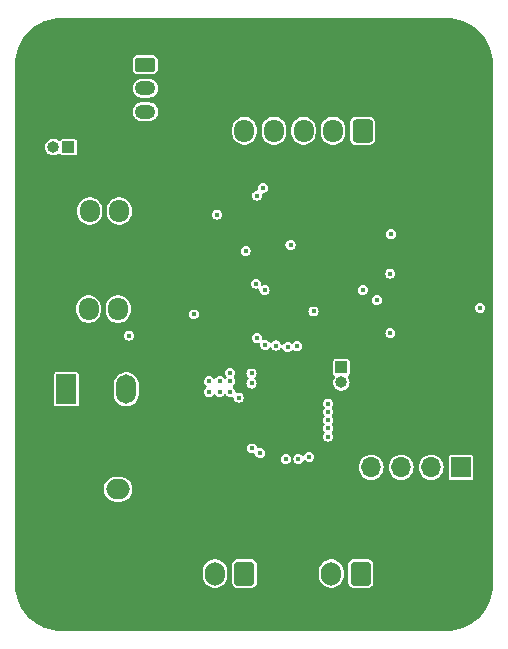
<source format=gbr>
%TF.GenerationSoftware,KiCad,Pcbnew,8.0.8*%
%TF.CreationDate,2025-02-05T17:51:18+01:00*%
%TF.ProjectId,Janus_finalV,4a616e75-735f-4666-996e-616c562e6b69,rev?*%
%TF.SameCoordinates,Original*%
%TF.FileFunction,Copper,L2,Inr*%
%TF.FilePolarity,Positive*%
%FSLAX46Y46*%
G04 Gerber Fmt 4.6, Leading zero omitted, Abs format (unit mm)*
G04 Created by KiCad (PCBNEW 8.0.8) date 2025-02-05 17:51:18*
%MOMM*%
%LPD*%
G01*
G04 APERTURE LIST*
G04 Aperture macros list*
%AMRoundRect*
0 Rectangle with rounded corners*
0 $1 Rounding radius*
0 $2 $3 $4 $5 $6 $7 $8 $9 X,Y pos of 4 corners*
0 Add a 4 corners polygon primitive as box body*
4,1,4,$2,$3,$4,$5,$6,$7,$8,$9,$2,$3,0*
0 Add four circle primitives for the rounded corners*
1,1,$1+$1,$2,$3*
1,1,$1+$1,$4,$5*
1,1,$1+$1,$6,$7*
1,1,$1+$1,$8,$9*
0 Add four rect primitives between the rounded corners*
20,1,$1+$1,$2,$3,$4,$5,0*
20,1,$1+$1,$4,$5,$6,$7,0*
20,1,$1+$1,$6,$7,$8,$9,0*
20,1,$1+$1,$8,$9,$2,$3,0*%
G04 Aperture macros list end*
%TA.AperFunction,ComponentPad*%
%ADD10R,1.700000X1.700000*%
%TD*%
%TA.AperFunction,ComponentPad*%
%ADD11O,1.700000X1.700000*%
%TD*%
%TA.AperFunction,ComponentPad*%
%ADD12C,5.400000*%
%TD*%
%TA.AperFunction,ComponentPad*%
%ADD13RoundRect,0.250000X-0.625000X0.350000X-0.625000X-0.350000X0.625000X-0.350000X0.625000X0.350000X0*%
%TD*%
%TA.AperFunction,ComponentPad*%
%ADD14O,1.750000X1.200000*%
%TD*%
%TA.AperFunction,ComponentPad*%
%ADD15R,1.000000X1.000000*%
%TD*%
%TA.AperFunction,ComponentPad*%
%ADD16O,1.000000X1.000000*%
%TD*%
%TA.AperFunction,ComponentPad*%
%ADD17R,1.700000X2.500000*%
%TD*%
%TA.AperFunction,ComponentPad*%
%ADD18O,1.700000X2.500000*%
%TD*%
%TA.AperFunction,ComponentPad*%
%ADD19RoundRect,0.250000X-0.600000X-0.725000X0.600000X-0.725000X0.600000X0.725000X-0.600000X0.725000X0*%
%TD*%
%TA.AperFunction,ComponentPad*%
%ADD20O,1.700000X1.950000*%
%TD*%
%TA.AperFunction,ComponentPad*%
%ADD21RoundRect,0.250000X0.600000X0.725000X-0.600000X0.725000X-0.600000X-0.725000X0.600000X-0.725000X0*%
%TD*%
%TA.AperFunction,ComponentPad*%
%ADD22RoundRect,0.250000X0.600000X0.750000X-0.600000X0.750000X-0.600000X-0.750000X0.600000X-0.750000X0*%
%TD*%
%TA.AperFunction,ComponentPad*%
%ADD23O,1.700000X2.000000*%
%TD*%
%TA.AperFunction,ComponentPad*%
%ADD24RoundRect,0.250000X0.750000X-0.600000X0.750000X0.600000X-0.750000X0.600000X-0.750000X-0.600000X0*%
%TD*%
%TA.AperFunction,ComponentPad*%
%ADD25O,2.000000X1.700000*%
%TD*%
%TA.AperFunction,ViaPad*%
%ADD26C,0.450000*%
%TD*%
G04 APERTURE END LIST*
D10*
%TO.N,GND*%
%TO.C,J14*%
X140600000Y-79400000D03*
D11*
X143140000Y-79400000D03*
X145680000Y-79400000D03*
X148220000Y-79400000D03*
%TD*%
D12*
%TO.N,GND*%
%TO.C,H2*%
X147000000Y-85600000D03*
%TD*%
D13*
%TO.N,+5V*%
%TO.C,J2*%
X121500000Y-41600000D03*
D14*
%TO.N,Triger*%
X121500000Y-43600000D03*
%TO.N,Echo*%
X121500000Y-45600000D03*
%TO.N,GND*%
X121500000Y-47600000D03*
%TD*%
D15*
%TO.N,+3.3V*%
%TO.C,J13*%
X138100000Y-67250000D03*
D16*
X138100000Y-68520000D03*
%TD*%
D17*
%TO.N,+7.5V*%
%TO.C,J4*%
X114820000Y-69100000D03*
D18*
%TO.N,GND*%
X117360000Y-69100000D03*
%TO.N,+5V*%
X119900000Y-69100000D03*
%TD*%
D12*
%TO.N,GND*%
%TO.C,H1*%
X114400000Y-41600000D03*
%TD*%
D19*
%TO.N,GND*%
%TO.C,J5*%
X114200000Y-62300000D03*
D20*
%TO.N,+5V*%
X116700000Y-62300000D03*
%TO.N,PWM_Servo2*%
X119200000Y-62300000D03*
%TD*%
D19*
%TO.N,GND*%
%TO.C,J6*%
X114300000Y-54000000D03*
D20*
%TO.N,+5V*%
X116800000Y-54000000D03*
%TO.N,PWM_Servo1*%
X119300000Y-54000000D03*
%TD*%
D15*
%TO.N,+5V*%
%TO.C,J12*%
X115000000Y-48600000D03*
D16*
X113730000Y-48600000D03*
%TD*%
D10*
%TO.N,GPIO1*%
%TO.C,J11*%
X148240000Y-75700000D03*
D11*
%TO.N,GPIO2*%
X145700000Y-75700000D03*
%TO.N,GPIO3*%
X143160000Y-75700000D03*
%TO.N,GPIO4*%
X140620000Y-75700000D03*
%TD*%
D12*
%TO.N,GND*%
%TO.C,H3*%
X147000000Y-41600000D03*
%TD*%
%TO.N,GND*%
%TO.C,H4*%
X114400000Y-85600000D03*
%TD*%
D21*
%TO.N,+5V*%
%TO.C,J8*%
X139900000Y-47200000D03*
D20*
%TO.N,IR_1*%
X137400000Y-47200000D03*
%TO.N,IR_2*%
X134900000Y-47200000D03*
%TO.N,IR_3*%
X132400000Y-47200000D03*
%TO.N,IR_4*%
X129900000Y-47200000D03*
%TO.N,GND*%
X127400000Y-47200000D03*
%TD*%
D22*
%TO.N,AO2*%
%TO.C,J9*%
X129900000Y-84700000D03*
D23*
%TO.N,AO1*%
X127400000Y-84700000D03*
%TD*%
D24*
%TO.N,GND*%
%TO.C,J1*%
X119200000Y-80050000D03*
D25*
%TO.N,+7.5V*%
X119200000Y-77550000D03*
%TD*%
D22*
%TO.N,BO1*%
%TO.C,J10*%
X139750000Y-84700000D03*
D23*
%TO.N,BO2*%
X137250000Y-84700000D03*
%TD*%
D26*
%TO.N,GND*%
X150500000Y-71240000D03*
X150500000Y-61080000D03*
X125300000Y-69300000D03*
X123550000Y-57100000D03*
X132170000Y-39400000D03*
X134710000Y-41940000D03*
X124550000Y-39400000D03*
X129400000Y-71100000D03*
X135870000Y-89150000D03*
X128700000Y-60950000D03*
X118090000Y-89150000D03*
X133340000Y-87280000D03*
X110950000Y-53110000D03*
X120630000Y-89150000D03*
X130800000Y-87280000D03*
X138500000Y-70600000D03*
X110950000Y-55650000D03*
X122020000Y-38000000D03*
X134720000Y-38000000D03*
X130500000Y-65800000D03*
X123550000Y-59000000D03*
X129630000Y-44480000D03*
X117680000Y-74040000D03*
X149020000Y-64750000D03*
X129000000Y-77050000D03*
X137050000Y-74700000D03*
X122300000Y-74460000D03*
X112650000Y-64350000D03*
X112600000Y-74040000D03*
X130790000Y-89150000D03*
X130530000Y-51640000D03*
X135880000Y-87280000D03*
X123500000Y-47400000D03*
X115140000Y-81330000D03*
X136300000Y-82800000D03*
X125450000Y-49100000D03*
X110950000Y-75970000D03*
X122300000Y-64500000D03*
X128750000Y-74050000D03*
X144880000Y-38000000D03*
X146460000Y-82140000D03*
X150500000Y-68700000D03*
X142350000Y-41950000D03*
X139790000Y-41940000D03*
X123180000Y-87280000D03*
X137250000Y-44480000D03*
X136000000Y-49450000D03*
X134100000Y-59400000D03*
X118430000Y-48040000D03*
X138410000Y-89150000D03*
X124840000Y-71920000D03*
X122300000Y-71920000D03*
X112650000Y-66890000D03*
X131540000Y-77050000D03*
X137250000Y-39400000D03*
X125720000Y-84740000D03*
X150500000Y-73780000D03*
X115040000Y-56300000D03*
X118430000Y-50580000D03*
X150500000Y-81400000D03*
X149000000Y-82140000D03*
X150500000Y-43300000D03*
X110950000Y-83590000D03*
X144500000Y-67840000D03*
X123500000Y-52480000D03*
X150500000Y-76320000D03*
X147430000Y-51980000D03*
X130450000Y-75100000D03*
X112600000Y-78790000D03*
X136100000Y-63600000D03*
X143920000Y-82140000D03*
X117730000Y-66890000D03*
X150500000Y-78860000D03*
X134650000Y-68450000D03*
X139800000Y-38000000D03*
X126980000Y-76550000D03*
X118100000Y-87280000D03*
X110950000Y-78510000D03*
X129100000Y-82800000D03*
X118430000Y-45500000D03*
X150500000Y-50920000D03*
X118100000Y-84740000D03*
X110950000Y-63270000D03*
X110950000Y-45490000D03*
X110950000Y-60730000D03*
X142350000Y-49440000D03*
X116940000Y-38000000D03*
X127100000Y-38000000D03*
X134080000Y-77050000D03*
X117580000Y-56300000D03*
X141380000Y-84680000D03*
X142350000Y-44450000D03*
X110950000Y-58190000D03*
X122300000Y-60200000D03*
X118100000Y-82200000D03*
X144890000Y-51980000D03*
X134050000Y-64200000D03*
X129630000Y-41940000D03*
X123170000Y-89150000D03*
X139000000Y-58650000D03*
X120640000Y-82200000D03*
X110950000Y-70890000D03*
X150500000Y-83940000D03*
X115040000Y-58840000D03*
X122300000Y-66840000D03*
X125720000Y-82200000D03*
X127090000Y-41940000D03*
X141350000Y-89150000D03*
X128900000Y-65500000D03*
X128900000Y-66500000D03*
X125720000Y-87280000D03*
X150500000Y-56000000D03*
X141500000Y-58550000D03*
X110950000Y-81050000D03*
X123180000Y-84740000D03*
X115890000Y-45500000D03*
X117580000Y-58840000D03*
X130530000Y-49100000D03*
X127090000Y-44480000D03*
X135150000Y-84700000D03*
X118400000Y-39400000D03*
X120120000Y-56300000D03*
X146030000Y-89150000D03*
X121750000Y-73950000D03*
X133700000Y-83250000D03*
X128700000Y-56800000D03*
X112500000Y-58840000D03*
X144890000Y-49440000D03*
X115190000Y-66890000D03*
X113350000Y-45500000D03*
X120640000Y-84740000D03*
X125710000Y-89150000D03*
X142600000Y-53800000D03*
X144890000Y-46900000D03*
X124440000Y-76550000D03*
X132100000Y-61500000D03*
X126980000Y-79090000D03*
X137200000Y-57400000D03*
X150500000Y-45840000D03*
X124250000Y-55250000D03*
X129650000Y-74550000D03*
X125450000Y-51640000D03*
X138540000Y-49450000D03*
X135100000Y-81700000D03*
X121850000Y-55450000D03*
X132600000Y-57400000D03*
X124550000Y-41940000D03*
X137250000Y-64700000D03*
X137750000Y-58650000D03*
X139790000Y-44480000D03*
X118400000Y-41940000D03*
X144500000Y-72920000D03*
X129640000Y-38000000D03*
X122300000Y-58050000D03*
X147430000Y-49440000D03*
X142350000Y-39400000D03*
X134710000Y-39400000D03*
X150500000Y-48380000D03*
X130100000Y-59700000D03*
X127090000Y-39400000D03*
X134650000Y-69500000D03*
X124440000Y-79090000D03*
X122300000Y-69800000D03*
X145900000Y-56700000D03*
X123500000Y-73950000D03*
X137000000Y-69400000D03*
X115550000Y-89150000D03*
X144500000Y-70380000D03*
X120600000Y-61850000D03*
X134000000Y-70200000D03*
X123500000Y-49940000D03*
X142340000Y-38000000D03*
X150500000Y-63620000D03*
X150500000Y-53460000D03*
X115140000Y-78790000D03*
X137000000Y-53900000D03*
X124560000Y-38000000D03*
X131100000Y-61500000D03*
X115140000Y-76250000D03*
X127990000Y-49100000D03*
X133330000Y-89150000D03*
X134100000Y-55800000D03*
X119480000Y-38000000D03*
X110950000Y-65810000D03*
X128260000Y-87280000D03*
X110950000Y-68350000D03*
X132180000Y-38000000D03*
X120000000Y-75900000D03*
X134900000Y-53900000D03*
X110950000Y-50570000D03*
X112600000Y-71500000D03*
X141380000Y-87220000D03*
X125350000Y-60650000D03*
X134000000Y-71000000D03*
X120800000Y-74900000D03*
X147430000Y-46900000D03*
X137750000Y-82800000D03*
X125750000Y-57050000D03*
X130500000Y-66650000D03*
X115140000Y-71500000D03*
X138500000Y-72600000D03*
X124550000Y-44480000D03*
X120640000Y-87280000D03*
X124650000Y-59000000D03*
X128700000Y-58300000D03*
X130200000Y-81900000D03*
X134600000Y-50800000D03*
X115190000Y-64350000D03*
X112600000Y-81330000D03*
X123180000Y-82200000D03*
X150500000Y-58540000D03*
X128700000Y-59700000D03*
X121900000Y-79090000D03*
X128250000Y-89150000D03*
X132350000Y-81900000D03*
X141380000Y-82140000D03*
X117730000Y-64350000D03*
X142350000Y-46900000D03*
X130100000Y-61500000D03*
X127380000Y-71920000D03*
X126650000Y-62100000D03*
X133450000Y-67250000D03*
X115140000Y-74040000D03*
X144000000Y-64000000D03*
X134100000Y-61100000D03*
X143490000Y-89150000D03*
X132600000Y-55800000D03*
X141400000Y-64750000D03*
X142350000Y-51980000D03*
X121900000Y-76550000D03*
X132170000Y-44480000D03*
X137250000Y-41940000D03*
X132170000Y-41940000D03*
X129630000Y-39400000D03*
X117680000Y-71500000D03*
X120120000Y-58840000D03*
X138420000Y-87280000D03*
X110950000Y-48030000D03*
X110950000Y-42950000D03*
X150500000Y-66160000D03*
X112500000Y-56300000D03*
X134710000Y-44480000D03*
X137260000Y-38000000D03*
X125850000Y-59000000D03*
X136620000Y-77050000D03*
X112600000Y-76250000D03*
X139790000Y-39400000D03*
X140400000Y-58600000D03*
X144500000Y-65300000D03*
X110950000Y-73430000D03*
X125300000Y-68400000D03*
%TO.N,+5V*%
X120100000Y-64550000D03*
%TO.N,+3.3V*%
X127800000Y-69300000D03*
X135750000Y-62500000D03*
X129400000Y-69800000D03*
X127800000Y-68400000D03*
X126900000Y-69300000D03*
X130500000Y-67750000D03*
X128700000Y-69300000D03*
X126900000Y-68400000D03*
X142300000Y-55950000D03*
X128700000Y-68400000D03*
X127550000Y-54300000D03*
X130500001Y-68600001D03*
X149850000Y-62200000D03*
X125600000Y-62750000D03*
X128700000Y-67700000D03*
%TO.N,+7.5V*%
X137000000Y-72400000D03*
X137000000Y-73100000D03*
X137000000Y-70300000D03*
X137000000Y-71000000D03*
X137000000Y-71700000D03*
%TO.N,NRST*%
X142250000Y-59300000D03*
X142250000Y-64350000D03*
%TO.N,BIN2*%
X133553652Y-65526383D03*
X134471232Y-74971232D03*
%TO.N,PWMA*%
X130950000Y-64726818D03*
X130550000Y-74100000D03*
%TO.N,BIN1*%
X132571082Y-65392343D03*
X133400000Y-75000000D03*
%TO.N,STBY*%
X131235996Y-74511598D03*
X131655548Y-65325339D03*
%TO.N,PWMB*%
X134350000Y-65450000D03*
X135380853Y-74804075D03*
%TO.N,SWCLK*%
X139925735Y-60674265D03*
X131600000Y-60700000D03*
%TO.N,SWDIO*%
X130850934Y-60150000D03*
X141100000Y-61550000D03*
%TO.N,GPIO4*%
X130000000Y-57400000D03*
%TO.N,GPIO2*%
X130950000Y-52700000D03*
%TO.N,GPIO1*%
X131450000Y-52075499D03*
%TO.N,GPIO3*%
X133800000Y-56875000D03*
%TD*%
%TA.AperFunction,Conductor*%
%TO.N,GND*%
G36*
X147002855Y-37650632D02*
G01*
X147358697Y-37667083D01*
X147370086Y-37668139D01*
X147720051Y-37716957D01*
X147731295Y-37719059D01*
X148075261Y-37799959D01*
X148086251Y-37803086D01*
X148421306Y-37915385D01*
X148431960Y-37919513D01*
X148755209Y-38062241D01*
X148765436Y-38067333D01*
X149006689Y-38201710D01*
X149074131Y-38239275D01*
X149083869Y-38245304D01*
X149375374Y-38444990D01*
X149384511Y-38451890D01*
X149656356Y-38677626D01*
X149664820Y-38685343D01*
X149914656Y-38935179D01*
X149922373Y-38943643D01*
X150148107Y-39215485D01*
X150155009Y-39224625D01*
X150354695Y-39516130D01*
X150360724Y-39525868D01*
X150532659Y-39834550D01*
X150537764Y-39844803D01*
X150680481Y-40168026D01*
X150684619Y-40178706D01*
X150796909Y-40513735D01*
X150800043Y-40524751D01*
X150880938Y-40868696D01*
X150883043Y-40879955D01*
X150931859Y-41229905D01*
X150932916Y-41241309D01*
X150949368Y-41597144D01*
X150949500Y-41602871D01*
X150949500Y-85597128D01*
X150949368Y-85602855D01*
X150932916Y-85958690D01*
X150931859Y-85970094D01*
X150883043Y-86320044D01*
X150880938Y-86331303D01*
X150800043Y-86675248D01*
X150796909Y-86686264D01*
X150684619Y-87021293D01*
X150680481Y-87031973D01*
X150537764Y-87355196D01*
X150532659Y-87365449D01*
X150360724Y-87674131D01*
X150354695Y-87683869D01*
X150155009Y-87975374D01*
X150148107Y-87984514D01*
X149922373Y-88256356D01*
X149914656Y-88264820D01*
X149664820Y-88514656D01*
X149656356Y-88522373D01*
X149384514Y-88748107D01*
X149375374Y-88755009D01*
X149083869Y-88954695D01*
X149074131Y-88960724D01*
X148765449Y-89132659D01*
X148755196Y-89137764D01*
X148431973Y-89280481D01*
X148421293Y-89284619D01*
X148086264Y-89396909D01*
X148075248Y-89400043D01*
X147731303Y-89480938D01*
X147720044Y-89483043D01*
X147370094Y-89531859D01*
X147358690Y-89532916D01*
X147002855Y-89549368D01*
X146997128Y-89549500D01*
X114402872Y-89549500D01*
X114397145Y-89549368D01*
X114041309Y-89532916D01*
X114029905Y-89531859D01*
X113679955Y-89483043D01*
X113668696Y-89480938D01*
X113324751Y-89400043D01*
X113313735Y-89396909D01*
X112978706Y-89284619D01*
X112968026Y-89280481D01*
X112644803Y-89137764D01*
X112634555Y-89132661D01*
X112534830Y-89077115D01*
X112325868Y-88960724D01*
X112316130Y-88954695D01*
X112024625Y-88755009D01*
X112015485Y-88748107D01*
X111743643Y-88522373D01*
X111735179Y-88514656D01*
X111485343Y-88264820D01*
X111477626Y-88256356D01*
X111251892Y-87984514D01*
X111244990Y-87975374D01*
X111045304Y-87683869D01*
X111039275Y-87674131D01*
X111001710Y-87606689D01*
X110867333Y-87365436D01*
X110862241Y-87355209D01*
X110719513Y-87031960D01*
X110715385Y-87021306D01*
X110603086Y-86686251D01*
X110599959Y-86675261D01*
X110519059Y-86331295D01*
X110516956Y-86320044D01*
X110497624Y-86181460D01*
X110468139Y-85970086D01*
X110467083Y-85958690D01*
X110462526Y-85860131D01*
X110450632Y-85602855D01*
X110450500Y-85597128D01*
X110450500Y-84446530D01*
X126349500Y-84446530D01*
X126349500Y-84953469D01*
X126389868Y-85156412D01*
X126389870Y-85156420D01*
X126469058Y-85347596D01*
X126584024Y-85519657D01*
X126730342Y-85665975D01*
X126730345Y-85665977D01*
X126902402Y-85780941D01*
X127093580Y-85860130D01*
X127282187Y-85897646D01*
X127296530Y-85900499D01*
X127296534Y-85900500D01*
X127296535Y-85900500D01*
X127503466Y-85900500D01*
X127503467Y-85900499D01*
X127706420Y-85860130D01*
X127897598Y-85780941D01*
X128069655Y-85665977D01*
X128215977Y-85519655D01*
X128330941Y-85347598D01*
X128410130Y-85156420D01*
X128450500Y-84953465D01*
X128450500Y-84446535D01*
X128410130Y-84243580D01*
X128330941Y-84052402D01*
X128226257Y-83895730D01*
X128849500Y-83895730D01*
X128849500Y-85504269D01*
X128852353Y-85534699D01*
X128852353Y-85534701D01*
X128897206Y-85662880D01*
X128897207Y-85662882D01*
X128977850Y-85772150D01*
X129087118Y-85852793D01*
X129108089Y-85860131D01*
X129215299Y-85897646D01*
X129245730Y-85900500D01*
X129245734Y-85900500D01*
X130554270Y-85900500D01*
X130584699Y-85897646D01*
X130584701Y-85897646D01*
X130648790Y-85875219D01*
X130712882Y-85852793D01*
X130822150Y-85772150D01*
X130902793Y-85662882D01*
X130940252Y-85555830D01*
X130947646Y-85534701D01*
X130947646Y-85534699D01*
X130950500Y-85504269D01*
X130950500Y-84446530D01*
X136199500Y-84446530D01*
X136199500Y-84953469D01*
X136239868Y-85156412D01*
X136239870Y-85156420D01*
X136319058Y-85347596D01*
X136434024Y-85519657D01*
X136580342Y-85665975D01*
X136580345Y-85665977D01*
X136752402Y-85780941D01*
X136943580Y-85860130D01*
X137132187Y-85897646D01*
X137146530Y-85900499D01*
X137146534Y-85900500D01*
X137146535Y-85900500D01*
X137353466Y-85900500D01*
X137353467Y-85900499D01*
X137556420Y-85860130D01*
X137747598Y-85780941D01*
X137919655Y-85665977D01*
X138065977Y-85519655D01*
X138180941Y-85347598D01*
X138260130Y-85156420D01*
X138300500Y-84953465D01*
X138300500Y-84446535D01*
X138260130Y-84243580D01*
X138180941Y-84052402D01*
X138076257Y-83895730D01*
X138699500Y-83895730D01*
X138699500Y-85504269D01*
X138702353Y-85534699D01*
X138702353Y-85534701D01*
X138747206Y-85662880D01*
X138747207Y-85662882D01*
X138827850Y-85772150D01*
X138937118Y-85852793D01*
X138958089Y-85860131D01*
X139065299Y-85897646D01*
X139095730Y-85900500D01*
X139095734Y-85900500D01*
X140404270Y-85900500D01*
X140434699Y-85897646D01*
X140434701Y-85897646D01*
X140498790Y-85875219D01*
X140562882Y-85852793D01*
X140672150Y-85772150D01*
X140752793Y-85662882D01*
X140790252Y-85555830D01*
X140797646Y-85534701D01*
X140797646Y-85534699D01*
X140800500Y-85504269D01*
X140800500Y-83895730D01*
X140797646Y-83865300D01*
X140797646Y-83865298D01*
X140752793Y-83737119D01*
X140752792Y-83737117D01*
X140672150Y-83627850D01*
X140562882Y-83547207D01*
X140562880Y-83547206D01*
X140434700Y-83502353D01*
X140404270Y-83499500D01*
X140404266Y-83499500D01*
X139095734Y-83499500D01*
X139095730Y-83499500D01*
X139065300Y-83502353D01*
X139065298Y-83502353D01*
X138937119Y-83547206D01*
X138937117Y-83547207D01*
X138827850Y-83627850D01*
X138747207Y-83737117D01*
X138747206Y-83737119D01*
X138702353Y-83865298D01*
X138702353Y-83865300D01*
X138699500Y-83895730D01*
X138076257Y-83895730D01*
X138065977Y-83880345D01*
X138065975Y-83880342D01*
X137919657Y-83734024D01*
X137833626Y-83676541D01*
X137747598Y-83619059D01*
X137556420Y-83539870D01*
X137556412Y-83539868D01*
X137353469Y-83499500D01*
X137353465Y-83499500D01*
X137146535Y-83499500D01*
X137146530Y-83499500D01*
X136943587Y-83539868D01*
X136943579Y-83539870D01*
X136752403Y-83619058D01*
X136580342Y-83734024D01*
X136434024Y-83880342D01*
X136319058Y-84052403D01*
X136239870Y-84243579D01*
X136239868Y-84243587D01*
X136199500Y-84446530D01*
X130950500Y-84446530D01*
X130950500Y-83895730D01*
X130947646Y-83865300D01*
X130947646Y-83865298D01*
X130902793Y-83737119D01*
X130902792Y-83737117D01*
X130822150Y-83627850D01*
X130712882Y-83547207D01*
X130712880Y-83547206D01*
X130584700Y-83502353D01*
X130554270Y-83499500D01*
X130554266Y-83499500D01*
X129245734Y-83499500D01*
X129245730Y-83499500D01*
X129215300Y-83502353D01*
X129215298Y-83502353D01*
X129087119Y-83547206D01*
X129087117Y-83547207D01*
X128977850Y-83627850D01*
X128897207Y-83737117D01*
X128897206Y-83737119D01*
X128852353Y-83865298D01*
X128852353Y-83865300D01*
X128849500Y-83895730D01*
X128226257Y-83895730D01*
X128215977Y-83880345D01*
X128215975Y-83880342D01*
X128069657Y-83734024D01*
X127983626Y-83676541D01*
X127897598Y-83619059D01*
X127706420Y-83539870D01*
X127706412Y-83539868D01*
X127503469Y-83499500D01*
X127503465Y-83499500D01*
X127296535Y-83499500D01*
X127296530Y-83499500D01*
X127093587Y-83539868D01*
X127093579Y-83539870D01*
X126902403Y-83619058D01*
X126730342Y-83734024D01*
X126584024Y-83880342D01*
X126469058Y-84052403D01*
X126389870Y-84243579D01*
X126389868Y-84243587D01*
X126349500Y-84446530D01*
X110450500Y-84446530D01*
X110450500Y-77446530D01*
X117999500Y-77446530D01*
X117999500Y-77653469D01*
X118039868Y-77856412D01*
X118039870Y-77856420D01*
X118119058Y-78047596D01*
X118234024Y-78219657D01*
X118380342Y-78365975D01*
X118380345Y-78365977D01*
X118552402Y-78480941D01*
X118743580Y-78560130D01*
X118946530Y-78600499D01*
X118946534Y-78600500D01*
X118946535Y-78600500D01*
X119453466Y-78600500D01*
X119453467Y-78600499D01*
X119656420Y-78560130D01*
X119847598Y-78480941D01*
X120019655Y-78365977D01*
X120165977Y-78219655D01*
X120280941Y-78047598D01*
X120360130Y-77856420D01*
X120400500Y-77653465D01*
X120400500Y-77446535D01*
X120360130Y-77243580D01*
X120280941Y-77052402D01*
X120165977Y-76880345D01*
X120165975Y-76880342D01*
X120019657Y-76734024D01*
X119861322Y-76628229D01*
X119847598Y-76619059D01*
X119728551Y-76569748D01*
X119656420Y-76539870D01*
X119656412Y-76539868D01*
X119453469Y-76499500D01*
X119453465Y-76499500D01*
X118946535Y-76499500D01*
X118946530Y-76499500D01*
X118743587Y-76539868D01*
X118743579Y-76539870D01*
X118552403Y-76619058D01*
X118380342Y-76734024D01*
X118234024Y-76880342D01*
X118119058Y-77052403D01*
X118039870Y-77243579D01*
X118039868Y-77243587D01*
X117999500Y-77446530D01*
X110450500Y-77446530D01*
X110450500Y-75700000D01*
X139564417Y-75700000D01*
X139584699Y-75905932D01*
X139584700Y-75905934D01*
X139644768Y-76103954D01*
X139742315Y-76286450D01*
X139742317Y-76286452D01*
X139873589Y-76446410D01*
X139970209Y-76525702D01*
X140033550Y-76577685D01*
X140216046Y-76675232D01*
X140414066Y-76735300D01*
X140414065Y-76735300D01*
X140432529Y-76737118D01*
X140620000Y-76755583D01*
X140825934Y-76735300D01*
X141023954Y-76675232D01*
X141206450Y-76577685D01*
X141366410Y-76446410D01*
X141497685Y-76286450D01*
X141595232Y-76103954D01*
X141655300Y-75905934D01*
X141675583Y-75700000D01*
X142104417Y-75700000D01*
X142124699Y-75905932D01*
X142124700Y-75905934D01*
X142184768Y-76103954D01*
X142282315Y-76286450D01*
X142282317Y-76286452D01*
X142413589Y-76446410D01*
X142510209Y-76525702D01*
X142573550Y-76577685D01*
X142756046Y-76675232D01*
X142954066Y-76735300D01*
X142954065Y-76735300D01*
X142972529Y-76737118D01*
X143160000Y-76755583D01*
X143365934Y-76735300D01*
X143563954Y-76675232D01*
X143746450Y-76577685D01*
X143906410Y-76446410D01*
X144037685Y-76286450D01*
X144135232Y-76103954D01*
X144195300Y-75905934D01*
X144215583Y-75700000D01*
X144644417Y-75700000D01*
X144664699Y-75905932D01*
X144664700Y-75905934D01*
X144724768Y-76103954D01*
X144822315Y-76286450D01*
X144822317Y-76286452D01*
X144953589Y-76446410D01*
X145050209Y-76525702D01*
X145113550Y-76577685D01*
X145296046Y-76675232D01*
X145494066Y-76735300D01*
X145494065Y-76735300D01*
X145512529Y-76737118D01*
X145700000Y-76755583D01*
X145905934Y-76735300D01*
X146103954Y-76675232D01*
X146286450Y-76577685D01*
X146446410Y-76446410D01*
X146577685Y-76286450D01*
X146675232Y-76103954D01*
X146735300Y-75905934D01*
X146755583Y-75700000D01*
X146735300Y-75494066D01*
X146675232Y-75296046D01*
X146577685Y-75113550D01*
X146512395Y-75033993D01*
X146446410Y-74953589D01*
X146305695Y-74838109D01*
X146296115Y-74830247D01*
X147189500Y-74830247D01*
X147189500Y-76569752D01*
X147201131Y-76628229D01*
X147201132Y-76628230D01*
X147245447Y-76694552D01*
X147311769Y-76738867D01*
X147311770Y-76738868D01*
X147370247Y-76750499D01*
X147370250Y-76750500D01*
X147370252Y-76750500D01*
X149109750Y-76750500D01*
X149109751Y-76750499D01*
X149124568Y-76747552D01*
X149168229Y-76738868D01*
X149168229Y-76738867D01*
X149168231Y-76738867D01*
X149234552Y-76694552D01*
X149278867Y-76628231D01*
X149278867Y-76628229D01*
X149278868Y-76628229D01*
X149290499Y-76569752D01*
X149290500Y-76569750D01*
X149290500Y-74830249D01*
X149290499Y-74830247D01*
X149278868Y-74771770D01*
X149278867Y-74771769D01*
X149234552Y-74705447D01*
X149168230Y-74661132D01*
X149168229Y-74661131D01*
X149109752Y-74649500D01*
X149109748Y-74649500D01*
X147370252Y-74649500D01*
X147370247Y-74649500D01*
X147311770Y-74661131D01*
X147311769Y-74661132D01*
X147245447Y-74705447D01*
X147201132Y-74771769D01*
X147201131Y-74771770D01*
X147189500Y-74830247D01*
X146296115Y-74830247D01*
X146286450Y-74822315D01*
X146103954Y-74724768D01*
X145905934Y-74664700D01*
X145905932Y-74664699D01*
X145905934Y-74664699D01*
X145700000Y-74644417D01*
X145494067Y-74664699D01*
X145296043Y-74724769D01*
X145221109Y-74764823D01*
X145113550Y-74822315D01*
X145113548Y-74822316D01*
X145113547Y-74822317D01*
X144953589Y-74953589D01*
X144822317Y-75113547D01*
X144822315Y-75113550D01*
X144801443Y-75152598D01*
X144724769Y-75296043D01*
X144664699Y-75494067D01*
X144644417Y-75700000D01*
X144215583Y-75700000D01*
X144195300Y-75494066D01*
X144135232Y-75296046D01*
X144037685Y-75113550D01*
X143972395Y-75033993D01*
X143906410Y-74953589D01*
X143765695Y-74838109D01*
X143746450Y-74822315D01*
X143563954Y-74724768D01*
X143365934Y-74664700D01*
X143365932Y-74664699D01*
X143365934Y-74664699D01*
X143160000Y-74644417D01*
X142954067Y-74664699D01*
X142756043Y-74724769D01*
X142681109Y-74764823D01*
X142573550Y-74822315D01*
X142573548Y-74822316D01*
X142573547Y-74822317D01*
X142413589Y-74953589D01*
X142282317Y-75113547D01*
X142282315Y-75113550D01*
X142261443Y-75152598D01*
X142184769Y-75296043D01*
X142124699Y-75494067D01*
X142104417Y-75700000D01*
X141675583Y-75700000D01*
X141655300Y-75494066D01*
X141595232Y-75296046D01*
X141497685Y-75113550D01*
X141432395Y-75033993D01*
X141366410Y-74953589D01*
X141225695Y-74838109D01*
X141206450Y-74822315D01*
X141023954Y-74724768D01*
X140825934Y-74664700D01*
X140825932Y-74664699D01*
X140825934Y-74664699D01*
X140620000Y-74644417D01*
X140414067Y-74664699D01*
X140216043Y-74724769D01*
X140141109Y-74764823D01*
X140033550Y-74822315D01*
X140033548Y-74822316D01*
X140033547Y-74822317D01*
X139873589Y-74953589D01*
X139742317Y-75113547D01*
X139742315Y-75113550D01*
X139721443Y-75152598D01*
X139644769Y-75296043D01*
X139584699Y-75494067D01*
X139564417Y-75700000D01*
X110450500Y-75700000D01*
X110450500Y-74999997D01*
X132969196Y-74999997D01*
X132969196Y-75000002D01*
X132990279Y-75133121D01*
X132990280Y-75133124D01*
X132990281Y-75133126D01*
X133036817Y-75224457D01*
X133051473Y-75253221D01*
X133051476Y-75253225D01*
X133146774Y-75348523D01*
X133146778Y-75348526D01*
X133146780Y-75348528D01*
X133266874Y-75409719D01*
X133266876Y-75409719D01*
X133266878Y-75409720D01*
X133399998Y-75430804D01*
X133400000Y-75430804D01*
X133400002Y-75430804D01*
X133533121Y-75409720D01*
X133533121Y-75409719D01*
X133533126Y-75409719D01*
X133653220Y-75348528D01*
X133748528Y-75253220D01*
X133809719Y-75133126D01*
X133812820Y-75113547D01*
X133815421Y-75097128D01*
X133845350Y-75033993D01*
X133904661Y-74997061D01*
X133974523Y-74998059D01*
X134032756Y-75036668D01*
X134060367Y-75097127D01*
X134061511Y-75104353D01*
X134061512Y-75104356D01*
X134061513Y-75104358D01*
X134122704Y-75224452D01*
X134122705Y-75224453D01*
X134122708Y-75224457D01*
X134218006Y-75319755D01*
X134218010Y-75319758D01*
X134218012Y-75319760D01*
X134338106Y-75380951D01*
X134338108Y-75380951D01*
X134338110Y-75380952D01*
X134471230Y-75402036D01*
X134471232Y-75402036D01*
X134471234Y-75402036D01*
X134604353Y-75380952D01*
X134604353Y-75380951D01*
X134604358Y-75380951D01*
X134724452Y-75319760D01*
X134819760Y-75224452D01*
X134870449Y-75124968D01*
X134918421Y-75074175D01*
X134986242Y-75057379D01*
X135052377Y-75079916D01*
X135068613Y-75093584D01*
X135127627Y-75152598D01*
X135127631Y-75152601D01*
X135127633Y-75152603D01*
X135247727Y-75213794D01*
X135247729Y-75213794D01*
X135247731Y-75213795D01*
X135380851Y-75234879D01*
X135380853Y-75234879D01*
X135380855Y-75234879D01*
X135513974Y-75213795D01*
X135513974Y-75213794D01*
X135513979Y-75213794D01*
X135634073Y-75152603D01*
X135729381Y-75057295D01*
X135790572Y-74937201D01*
X135800565Y-74874106D01*
X135811657Y-74804077D01*
X135811657Y-74804072D01*
X135790573Y-74670953D01*
X135790572Y-74670951D01*
X135790572Y-74670949D01*
X135729381Y-74550855D01*
X135729379Y-74550853D01*
X135729376Y-74550849D01*
X135634078Y-74455551D01*
X135634074Y-74455548D01*
X135634073Y-74455547D01*
X135513979Y-74394356D01*
X135513977Y-74394355D01*
X135513974Y-74394354D01*
X135380855Y-74373271D01*
X135380851Y-74373271D01*
X135247731Y-74394354D01*
X135127631Y-74455548D01*
X135127627Y-74455551D01*
X135032329Y-74550849D01*
X135032327Y-74550853D01*
X135032325Y-74550855D01*
X134984496Y-74644724D01*
X134981637Y-74650336D01*
X134933662Y-74701132D01*
X134865841Y-74717927D01*
X134799706Y-74695389D01*
X134783471Y-74681722D01*
X134724457Y-74622708D01*
X134724453Y-74622705D01*
X134724452Y-74622704D01*
X134604358Y-74561513D01*
X134604356Y-74561512D01*
X134604353Y-74561511D01*
X134471234Y-74540428D01*
X134471230Y-74540428D01*
X134338110Y-74561511D01*
X134338106Y-74561512D01*
X134338106Y-74561513D01*
X134323027Y-74569196D01*
X134218010Y-74622705D01*
X134218006Y-74622708D01*
X134122708Y-74718006D01*
X134122705Y-74718010D01*
X134061511Y-74838109D01*
X134055810Y-74874106D01*
X134025879Y-74937240D01*
X133966567Y-74974170D01*
X133896705Y-74973172D01*
X133838473Y-74934561D01*
X133810863Y-74874098D01*
X133809719Y-74866874D01*
X133748528Y-74746780D01*
X133748526Y-74746778D01*
X133748523Y-74746774D01*
X133653225Y-74651476D01*
X133653221Y-74651473D01*
X133653220Y-74651472D01*
X133533126Y-74590281D01*
X133533124Y-74590280D01*
X133533121Y-74590279D01*
X133400002Y-74569196D01*
X133399998Y-74569196D01*
X133266878Y-74590279D01*
X133146778Y-74651473D01*
X133146774Y-74651476D01*
X133051476Y-74746774D01*
X133051473Y-74746778D01*
X132990279Y-74866878D01*
X132969196Y-74999997D01*
X110450500Y-74999997D01*
X110450500Y-74099997D01*
X130119196Y-74099997D01*
X130119196Y-74100002D01*
X130140279Y-74233121D01*
X130140280Y-74233124D01*
X130140281Y-74233126D01*
X130153147Y-74258376D01*
X130201473Y-74353221D01*
X130201476Y-74353225D01*
X130296774Y-74448523D01*
X130296778Y-74448526D01*
X130296780Y-74448528D01*
X130416874Y-74509719D01*
X130416876Y-74509719D01*
X130416878Y-74509720D01*
X130549998Y-74530804D01*
X130550000Y-74530804D01*
X130550002Y-74530804D01*
X130679440Y-74510303D01*
X130748734Y-74519258D01*
X130802185Y-74564254D01*
X130821311Y-74613376D01*
X130826275Y-74644720D01*
X130826276Y-74644723D01*
X130826277Y-74644724D01*
X130878277Y-74746780D01*
X130887469Y-74764819D01*
X130887472Y-74764823D01*
X130982770Y-74860121D01*
X130982774Y-74860124D01*
X130982776Y-74860126D01*
X131102870Y-74921317D01*
X131102872Y-74921317D01*
X131102874Y-74921318D01*
X131235994Y-74942402D01*
X131235996Y-74942402D01*
X131235998Y-74942402D01*
X131369117Y-74921318D01*
X131369117Y-74921317D01*
X131369122Y-74921317D01*
X131489216Y-74860126D01*
X131584524Y-74764818D01*
X131645715Y-74644724D01*
X131649202Y-74622708D01*
X131666800Y-74511600D01*
X131666800Y-74511595D01*
X131645716Y-74378476D01*
X131645715Y-74378474D01*
X131645715Y-74378472D01*
X131584524Y-74258378D01*
X131584522Y-74258376D01*
X131584519Y-74258372D01*
X131489221Y-74163074D01*
X131489217Y-74163071D01*
X131489216Y-74163070D01*
X131369122Y-74101879D01*
X131369120Y-74101878D01*
X131369117Y-74101877D01*
X131235998Y-74080794D01*
X131235996Y-74080794D01*
X131186649Y-74088609D01*
X131106554Y-74101295D01*
X131037261Y-74092339D01*
X130983809Y-74047342D01*
X130964684Y-73998218D01*
X130959720Y-73966878D01*
X130959719Y-73966876D01*
X130959719Y-73966874D01*
X130898528Y-73846780D01*
X130898526Y-73846778D01*
X130898523Y-73846774D01*
X130803225Y-73751476D01*
X130803221Y-73751473D01*
X130803220Y-73751472D01*
X130683126Y-73690281D01*
X130683124Y-73690280D01*
X130683121Y-73690279D01*
X130550002Y-73669196D01*
X130549998Y-73669196D01*
X130416878Y-73690279D01*
X130296778Y-73751473D01*
X130296774Y-73751476D01*
X130201476Y-73846774D01*
X130201473Y-73846778D01*
X130140279Y-73966878D01*
X130119196Y-74099997D01*
X110450500Y-74099997D01*
X110450500Y-67830247D01*
X113769500Y-67830247D01*
X113769500Y-70369752D01*
X113781131Y-70428229D01*
X113781132Y-70428230D01*
X113825447Y-70494552D01*
X113891769Y-70538867D01*
X113891770Y-70538868D01*
X113950247Y-70550499D01*
X113950250Y-70550500D01*
X113950252Y-70550500D01*
X115689750Y-70550500D01*
X115689751Y-70550499D01*
X115704568Y-70547552D01*
X115748229Y-70538868D01*
X115748229Y-70538867D01*
X115748231Y-70538867D01*
X115814552Y-70494552D01*
X115858867Y-70428231D01*
X115858867Y-70428229D01*
X115858868Y-70428229D01*
X115870499Y-70369752D01*
X115870500Y-70369750D01*
X115870500Y-68596530D01*
X118849500Y-68596530D01*
X118849500Y-69603469D01*
X118889868Y-69806412D01*
X118889870Y-69806420D01*
X118969058Y-69997596D01*
X119084024Y-70169657D01*
X119230342Y-70315975D01*
X119230345Y-70315977D01*
X119402402Y-70430941D01*
X119593580Y-70510130D01*
X119738052Y-70538867D01*
X119796530Y-70550499D01*
X119796534Y-70550500D01*
X119796535Y-70550500D01*
X120003466Y-70550500D01*
X120003467Y-70550499D01*
X120206420Y-70510130D01*
X120397598Y-70430941D01*
X120569655Y-70315977D01*
X120585635Y-70299997D01*
X136569196Y-70299997D01*
X136569196Y-70300002D01*
X136590279Y-70433121D01*
X136590280Y-70433124D01*
X136590281Y-70433126D01*
X136651472Y-70553220D01*
X136651473Y-70553221D01*
X136651476Y-70553225D01*
X136660570Y-70562319D01*
X136694055Y-70623642D01*
X136689071Y-70693334D01*
X136660570Y-70737681D01*
X136651476Y-70746774D01*
X136651473Y-70746778D01*
X136590279Y-70866878D01*
X136569196Y-70999997D01*
X136569196Y-71000002D01*
X136590279Y-71133121D01*
X136590280Y-71133124D01*
X136590281Y-71133126D01*
X136651472Y-71253220D01*
X136651473Y-71253221D01*
X136651476Y-71253225D01*
X136660570Y-71262319D01*
X136694055Y-71323642D01*
X136689071Y-71393334D01*
X136660570Y-71437681D01*
X136651476Y-71446774D01*
X136651473Y-71446778D01*
X136590279Y-71566878D01*
X136569196Y-71699997D01*
X136569196Y-71700002D01*
X136590279Y-71833121D01*
X136590280Y-71833124D01*
X136590281Y-71833126D01*
X136651472Y-71953220D01*
X136651473Y-71953221D01*
X136651476Y-71953225D01*
X136660570Y-71962319D01*
X136694055Y-72023642D01*
X136689071Y-72093334D01*
X136660570Y-72137681D01*
X136651476Y-72146774D01*
X136651473Y-72146778D01*
X136590279Y-72266878D01*
X136569196Y-72399997D01*
X136569196Y-72400002D01*
X136590279Y-72533121D01*
X136590280Y-72533124D01*
X136590281Y-72533126D01*
X136651472Y-72653220D01*
X136651473Y-72653221D01*
X136651476Y-72653225D01*
X136660570Y-72662319D01*
X136694055Y-72723642D01*
X136689071Y-72793334D01*
X136660570Y-72837681D01*
X136651476Y-72846774D01*
X136651473Y-72846778D01*
X136590279Y-72966878D01*
X136569196Y-73099997D01*
X136569196Y-73100002D01*
X136590279Y-73233121D01*
X136590280Y-73233124D01*
X136590281Y-73233126D01*
X136651472Y-73353220D01*
X136651473Y-73353221D01*
X136651476Y-73353225D01*
X136746774Y-73448523D01*
X136746778Y-73448526D01*
X136746780Y-73448528D01*
X136866874Y-73509719D01*
X136866876Y-73509719D01*
X136866878Y-73509720D01*
X136999998Y-73530804D01*
X137000000Y-73530804D01*
X137000002Y-73530804D01*
X137133121Y-73509720D01*
X137133121Y-73509719D01*
X137133126Y-73509719D01*
X137253220Y-73448528D01*
X137348528Y-73353220D01*
X137409719Y-73233126D01*
X137430804Y-73100000D01*
X137409719Y-72966874D01*
X137348528Y-72846780D01*
X137339429Y-72837681D01*
X137305945Y-72776362D01*
X137310927Y-72706670D01*
X137339429Y-72662318D01*
X137348528Y-72653220D01*
X137409719Y-72533126D01*
X137430804Y-72400000D01*
X137409719Y-72266874D01*
X137348528Y-72146780D01*
X137339429Y-72137681D01*
X137305945Y-72076362D01*
X137310927Y-72006670D01*
X137339429Y-71962318D01*
X137348528Y-71953220D01*
X137409719Y-71833126D01*
X137430804Y-71700000D01*
X137409719Y-71566874D01*
X137348528Y-71446780D01*
X137339429Y-71437681D01*
X137305945Y-71376362D01*
X137310927Y-71306670D01*
X137339429Y-71262318D01*
X137348528Y-71253220D01*
X137409719Y-71133126D01*
X137430804Y-71000000D01*
X137409719Y-70866874D01*
X137348528Y-70746780D01*
X137339429Y-70737681D01*
X137305945Y-70676362D01*
X137310927Y-70606670D01*
X137339429Y-70562318D01*
X137348528Y-70553220D01*
X137409719Y-70433126D01*
X137410065Y-70430941D01*
X137430804Y-70300002D01*
X137430804Y-70299997D01*
X137409720Y-70166878D01*
X137409719Y-70166876D01*
X137409719Y-70166874D01*
X137348528Y-70046780D01*
X137348526Y-70046778D01*
X137348523Y-70046774D01*
X137253225Y-69951476D01*
X137253221Y-69951473D01*
X137253220Y-69951472D01*
X137133126Y-69890281D01*
X137133124Y-69890280D01*
X137133121Y-69890279D01*
X137000002Y-69869196D01*
X136999998Y-69869196D01*
X136866878Y-69890279D01*
X136746778Y-69951473D01*
X136746774Y-69951476D01*
X136651476Y-70046774D01*
X136651473Y-70046778D01*
X136590279Y-70166878D01*
X136569196Y-70299997D01*
X120585635Y-70299997D01*
X120715977Y-70169655D01*
X120830941Y-69997598D01*
X120910130Y-69806420D01*
X120950500Y-69603465D01*
X120950500Y-68596535D01*
X120911406Y-68399997D01*
X126469196Y-68399997D01*
X126469196Y-68400002D01*
X126490279Y-68533121D01*
X126490280Y-68533124D01*
X126490281Y-68533126D01*
X126551472Y-68653220D01*
X126551473Y-68653221D01*
X126551476Y-68653225D01*
X126646778Y-68748527D01*
X126648369Y-68749683D01*
X126649834Y-68751583D01*
X126653680Y-68755429D01*
X126653182Y-68755926D01*
X126691034Y-68805013D01*
X126697012Y-68874627D01*
X126664405Y-68936421D01*
X126648369Y-68950317D01*
X126646778Y-68951472D01*
X126551476Y-69046774D01*
X126551473Y-69046778D01*
X126551472Y-69046780D01*
X126525878Y-69097012D01*
X126490279Y-69166878D01*
X126469196Y-69299997D01*
X126469196Y-69300002D01*
X126490279Y-69433121D01*
X126490280Y-69433124D01*
X126490281Y-69433126D01*
X126551472Y-69553220D01*
X126551473Y-69553221D01*
X126551476Y-69553225D01*
X126646774Y-69648523D01*
X126646778Y-69648526D01*
X126646780Y-69648528D01*
X126766874Y-69709719D01*
X126766876Y-69709719D01*
X126766878Y-69709720D01*
X126899998Y-69730804D01*
X126900000Y-69730804D01*
X126900002Y-69730804D01*
X127033121Y-69709720D01*
X127033121Y-69709719D01*
X127033126Y-69709719D01*
X127153220Y-69648528D01*
X127248528Y-69553220D01*
X127248531Y-69553213D01*
X127249679Y-69551635D01*
X127251579Y-69550169D01*
X127255429Y-69546320D01*
X127255926Y-69546817D01*
X127305008Y-69508968D01*
X127374621Y-69502986D01*
X127436417Y-69535589D01*
X127450321Y-69551635D01*
X127451476Y-69553225D01*
X127546774Y-69648523D01*
X127546778Y-69648526D01*
X127546780Y-69648528D01*
X127666874Y-69709719D01*
X127666876Y-69709719D01*
X127666878Y-69709720D01*
X127799998Y-69730804D01*
X127800000Y-69730804D01*
X127800002Y-69730804D01*
X127933121Y-69709720D01*
X127933121Y-69709719D01*
X127933126Y-69709719D01*
X128053220Y-69648528D01*
X128148528Y-69553220D01*
X128148531Y-69553213D01*
X128149679Y-69551635D01*
X128151579Y-69550169D01*
X128155429Y-69546320D01*
X128155926Y-69546817D01*
X128205008Y-69508968D01*
X128274621Y-69502986D01*
X128336417Y-69535589D01*
X128350321Y-69551635D01*
X128351476Y-69553225D01*
X128446774Y-69648523D01*
X128446778Y-69648526D01*
X128446780Y-69648528D01*
X128566874Y-69709719D01*
X128566876Y-69709719D01*
X128566878Y-69709720D01*
X128699998Y-69730804D01*
X128700000Y-69730804D01*
X128700002Y-69730804D01*
X128763645Y-69720723D01*
X128829444Y-69710302D01*
X128898736Y-69719256D01*
X128952188Y-69764252D01*
X128971314Y-69813377D01*
X128990279Y-69933121D01*
X128990280Y-69933124D01*
X128990281Y-69933126D01*
X129048188Y-70046774D01*
X129051473Y-70053221D01*
X129051476Y-70053225D01*
X129146774Y-70148523D01*
X129146778Y-70148526D01*
X129146780Y-70148528D01*
X129266874Y-70209719D01*
X129266876Y-70209719D01*
X129266878Y-70209720D01*
X129399998Y-70230804D01*
X129400000Y-70230804D01*
X129400002Y-70230804D01*
X129533121Y-70209720D01*
X129533121Y-70209719D01*
X129533126Y-70209719D01*
X129653220Y-70148528D01*
X129748528Y-70053220D01*
X129809719Y-69933126D01*
X129816505Y-69890281D01*
X129830804Y-69800002D01*
X129830804Y-69799997D01*
X129809720Y-69666878D01*
X129809719Y-69666876D01*
X129809719Y-69666874D01*
X129748528Y-69546780D01*
X129748526Y-69546778D01*
X129748523Y-69546774D01*
X129653225Y-69451476D01*
X129653221Y-69451473D01*
X129653220Y-69451472D01*
X129533126Y-69390281D01*
X129533124Y-69390280D01*
X129533121Y-69390279D01*
X129400002Y-69369196D01*
X129399997Y-69369196D01*
X129270555Y-69389697D01*
X129201262Y-69380742D01*
X129147810Y-69335746D01*
X129128685Y-69286621D01*
X129109720Y-69166878D01*
X129109719Y-69166876D01*
X129109719Y-69166874D01*
X129048528Y-69046780D01*
X129048526Y-69046778D01*
X129048523Y-69046774D01*
X128953225Y-68951476D01*
X128953221Y-68951473D01*
X128953220Y-68951472D01*
X128953218Y-68951471D01*
X128951635Y-68950321D01*
X128950169Y-68948420D01*
X128946320Y-68944571D01*
X128946817Y-68944073D01*
X128908968Y-68894992D01*
X128902986Y-68825379D01*
X128935589Y-68763583D01*
X128951635Y-68749679D01*
X128953213Y-68748531D01*
X128953220Y-68748528D01*
X129048528Y-68653220D01*
X129109719Y-68533126D01*
X129111798Y-68520000D01*
X129130804Y-68400002D01*
X129130804Y-68399997D01*
X129109720Y-68266878D01*
X129109719Y-68266876D01*
X129109719Y-68266874D01*
X129048528Y-68146780D01*
X129039429Y-68137681D01*
X129005945Y-68076362D01*
X129010927Y-68006670D01*
X129039429Y-67962318D01*
X129048528Y-67953220D01*
X129109719Y-67833126D01*
X129110175Y-67830247D01*
X129122885Y-67749997D01*
X130069196Y-67749997D01*
X130069196Y-67750002D01*
X130090279Y-67883121D01*
X130090280Y-67883124D01*
X130090281Y-67883126D01*
X130151472Y-68003220D01*
X130151473Y-68003221D01*
X130151476Y-68003225D01*
X130235571Y-68087320D01*
X130269056Y-68148643D01*
X130264072Y-68218335D01*
X130235571Y-68262682D01*
X130151477Y-68346775D01*
X130151474Y-68346779D01*
X130090280Y-68466879D01*
X130069197Y-68599998D01*
X130069197Y-68600003D01*
X130090280Y-68733122D01*
X130090281Y-68733125D01*
X130090282Y-68733127D01*
X130148778Y-68847931D01*
X130151474Y-68853222D01*
X130151477Y-68853226D01*
X130246775Y-68948524D01*
X130246779Y-68948527D01*
X130246781Y-68948529D01*
X130366875Y-69009720D01*
X130366877Y-69009720D01*
X130366879Y-69009721D01*
X130499999Y-69030805D01*
X130500001Y-69030805D01*
X130500003Y-69030805D01*
X130633122Y-69009721D01*
X130633122Y-69009720D01*
X130633127Y-69009720D01*
X130753221Y-68948529D01*
X130848529Y-68853221D01*
X130909720Y-68733127D01*
X130916729Y-68688874D01*
X130930805Y-68600003D01*
X130930805Y-68599998D01*
X130918135Y-68520000D01*
X137394355Y-68520000D01*
X137414859Y-68688869D01*
X137414860Y-68688874D01*
X137475182Y-68847931D01*
X137536263Y-68936421D01*
X137571817Y-68987929D01*
X137640040Y-69048369D01*
X137699150Y-69100736D01*
X137849773Y-69179789D01*
X137849775Y-69179790D01*
X138014944Y-69220500D01*
X138185056Y-69220500D01*
X138350225Y-69179790D01*
X138429692Y-69138081D01*
X138500849Y-69100736D01*
X138500850Y-69100734D01*
X138500852Y-69100734D01*
X138628183Y-68987929D01*
X138724818Y-68847930D01*
X138785140Y-68688872D01*
X138805645Y-68520000D01*
X138785140Y-68351128D01*
X138783491Y-68346781D01*
X138724817Y-68192068D01*
X138724816Y-68192066D01*
X138662017Y-68101088D01*
X138640133Y-68034733D01*
X138657598Y-67967082D01*
X138695175Y-67927545D01*
X138744552Y-67894552D01*
X138785596Y-67833126D01*
X138788867Y-67828231D01*
X138788867Y-67828229D01*
X138788868Y-67828229D01*
X138800499Y-67769752D01*
X138800500Y-67769750D01*
X138800500Y-66730249D01*
X138800499Y-66730247D01*
X138788868Y-66671770D01*
X138788867Y-66671769D01*
X138744552Y-66605447D01*
X138678230Y-66561132D01*
X138678229Y-66561131D01*
X138619752Y-66549500D01*
X138619748Y-66549500D01*
X137580252Y-66549500D01*
X137580247Y-66549500D01*
X137521770Y-66561131D01*
X137521769Y-66561132D01*
X137455447Y-66605447D01*
X137411132Y-66671769D01*
X137411131Y-66671770D01*
X137399500Y-66730247D01*
X137399500Y-67769752D01*
X137411131Y-67828229D01*
X137411132Y-67828230D01*
X137455447Y-67894552D01*
X137504824Y-67927545D01*
X137549629Y-67981158D01*
X137558336Y-68050483D01*
X137537983Y-68101087D01*
X137475183Y-68192068D01*
X137475182Y-68192068D01*
X137414860Y-68351125D01*
X137414859Y-68351130D01*
X137394355Y-68520000D01*
X130918135Y-68520000D01*
X130909721Y-68466879D01*
X130909720Y-68466877D01*
X130909720Y-68466875D01*
X130848529Y-68346781D01*
X130848527Y-68346779D01*
X130848524Y-68346775D01*
X130764430Y-68262681D01*
X130730945Y-68201358D01*
X130735929Y-68131666D01*
X130764430Y-68087319D01*
X130848523Y-68003225D01*
X130848528Y-68003220D01*
X130909719Y-67883126D01*
X130917639Y-67833121D01*
X130930804Y-67750002D01*
X130930804Y-67749997D01*
X130909720Y-67616878D01*
X130909719Y-67616876D01*
X130909719Y-67616874D01*
X130848528Y-67496780D01*
X130848526Y-67496778D01*
X130848523Y-67496774D01*
X130753225Y-67401476D01*
X130753221Y-67401473D01*
X130753220Y-67401472D01*
X130633126Y-67340281D01*
X130633124Y-67340280D01*
X130633121Y-67340279D01*
X130500002Y-67319196D01*
X130499998Y-67319196D01*
X130366878Y-67340279D01*
X130366874Y-67340280D01*
X130366874Y-67340281D01*
X130344903Y-67351476D01*
X130246778Y-67401473D01*
X130246774Y-67401476D01*
X130151476Y-67496774D01*
X130151473Y-67496778D01*
X130090279Y-67616878D01*
X130069196Y-67749997D01*
X129122885Y-67749997D01*
X129130804Y-67700002D01*
X129130804Y-67699997D01*
X129109720Y-67566878D01*
X129109719Y-67566876D01*
X129109719Y-67566874D01*
X129048528Y-67446780D01*
X129048526Y-67446778D01*
X129048523Y-67446774D01*
X128953225Y-67351476D01*
X128953221Y-67351473D01*
X128953220Y-67351472D01*
X128833126Y-67290281D01*
X128833124Y-67290280D01*
X128833121Y-67290279D01*
X128700002Y-67269196D01*
X128699998Y-67269196D01*
X128566878Y-67290279D01*
X128446778Y-67351473D01*
X128446774Y-67351476D01*
X128351476Y-67446774D01*
X128351473Y-67446778D01*
X128290279Y-67566878D01*
X128269196Y-67699997D01*
X128269196Y-67700002D01*
X128290279Y-67833121D01*
X128290280Y-67833124D01*
X128290281Y-67833126D01*
X128351472Y-67953220D01*
X128351473Y-67953221D01*
X128351476Y-67953225D01*
X128360570Y-67962319D01*
X128394055Y-68023642D01*
X128389071Y-68093334D01*
X128360570Y-68137681D01*
X128351472Y-68146778D01*
X128350317Y-68148369D01*
X128348416Y-68149834D01*
X128344571Y-68153680D01*
X128344073Y-68153182D01*
X128294987Y-68191034D01*
X128225373Y-68197012D01*
X128163579Y-68164405D01*
X128149683Y-68148369D01*
X128148527Y-68146778D01*
X128053225Y-68051476D01*
X128053221Y-68051473D01*
X128053220Y-68051472D01*
X127933126Y-67990281D01*
X127933124Y-67990280D01*
X127933121Y-67990279D01*
X127800002Y-67969196D01*
X127799998Y-67969196D01*
X127666878Y-67990279D01*
X127546778Y-68051473D01*
X127546774Y-68051476D01*
X127451472Y-68146778D01*
X127450317Y-68148369D01*
X127448416Y-68149834D01*
X127444571Y-68153680D01*
X127444073Y-68153182D01*
X127394987Y-68191034D01*
X127325373Y-68197012D01*
X127263579Y-68164405D01*
X127249683Y-68148369D01*
X127248527Y-68146778D01*
X127153225Y-68051476D01*
X127153221Y-68051473D01*
X127153220Y-68051472D01*
X127033126Y-67990281D01*
X127033124Y-67990280D01*
X127033121Y-67990279D01*
X126900002Y-67969196D01*
X126899998Y-67969196D01*
X126766878Y-67990279D01*
X126646778Y-68051473D01*
X126646774Y-68051476D01*
X126551476Y-68146774D01*
X126551473Y-68146778D01*
X126551472Y-68146780D01*
X126525878Y-68197012D01*
X126490279Y-68266878D01*
X126469196Y-68399997D01*
X120911406Y-68399997D01*
X120910130Y-68393580D01*
X120830941Y-68202402D01*
X120715977Y-68030345D01*
X120715975Y-68030342D01*
X120569657Y-67884024D01*
X120401655Y-67771770D01*
X120397598Y-67769059D01*
X120206420Y-67689870D01*
X120206412Y-67689868D01*
X120003469Y-67649500D01*
X120003465Y-67649500D01*
X119796535Y-67649500D01*
X119796530Y-67649500D01*
X119593587Y-67689868D01*
X119593579Y-67689870D01*
X119402403Y-67769058D01*
X119230342Y-67884024D01*
X119084024Y-68030342D01*
X118969058Y-68202403D01*
X118889870Y-68393579D01*
X118889868Y-68393587D01*
X118849500Y-68596530D01*
X115870500Y-68596530D01*
X115870500Y-67830249D01*
X115870499Y-67830247D01*
X115858868Y-67771770D01*
X115858867Y-67771769D01*
X115814552Y-67705447D01*
X115748230Y-67661132D01*
X115748229Y-67661131D01*
X115689752Y-67649500D01*
X115689748Y-67649500D01*
X113950252Y-67649500D01*
X113950247Y-67649500D01*
X113891770Y-67661131D01*
X113891769Y-67661132D01*
X113825447Y-67705447D01*
X113781132Y-67771769D01*
X113781131Y-67771770D01*
X113769500Y-67830247D01*
X110450500Y-67830247D01*
X110450500Y-64549997D01*
X119669196Y-64549997D01*
X119669196Y-64550002D01*
X119690279Y-64683121D01*
X119690280Y-64683124D01*
X119690281Y-64683126D01*
X119747835Y-64796082D01*
X119751473Y-64803221D01*
X119751476Y-64803225D01*
X119846774Y-64898523D01*
X119846778Y-64898526D01*
X119846780Y-64898528D01*
X119966874Y-64959719D01*
X119966876Y-64959719D01*
X119966878Y-64959720D01*
X120099998Y-64980804D01*
X120100000Y-64980804D01*
X120100002Y-64980804D01*
X120233121Y-64959720D01*
X120233121Y-64959719D01*
X120233126Y-64959719D01*
X120353220Y-64898528D01*
X120448528Y-64803220D01*
X120487458Y-64726815D01*
X130519196Y-64726815D01*
X130519196Y-64726820D01*
X130540279Y-64859939D01*
X130540280Y-64859942D01*
X130540281Y-64859944D01*
X130599830Y-64976815D01*
X130601473Y-64980039D01*
X130601476Y-64980043D01*
X130696774Y-65075341D01*
X130696778Y-65075344D01*
X130696780Y-65075346D01*
X130816874Y-65136537D01*
X130816876Y-65136537D01*
X130816878Y-65136538D01*
X130949998Y-65157622D01*
X130950000Y-65157622D01*
X130950002Y-65157622D01*
X131090490Y-65135371D01*
X131159784Y-65144326D01*
X131213236Y-65189322D01*
X131233875Y-65256073D01*
X131232362Y-65277240D01*
X131225490Y-65320633D01*
X131224744Y-65325341D01*
X131245827Y-65458460D01*
X131245828Y-65458463D01*
X131245829Y-65458465D01*
X131307020Y-65578559D01*
X131307021Y-65578560D01*
X131307024Y-65578564D01*
X131402322Y-65673862D01*
X131402326Y-65673865D01*
X131402328Y-65673867D01*
X131522422Y-65735058D01*
X131522424Y-65735058D01*
X131522426Y-65735059D01*
X131655546Y-65756143D01*
X131655548Y-65756143D01*
X131655550Y-65756143D01*
X131788669Y-65735059D01*
X131788669Y-65735058D01*
X131788674Y-65735058D01*
X131908768Y-65673867D01*
X132004076Y-65578559D01*
X132004077Y-65578556D01*
X132005509Y-65577125D01*
X132066832Y-65543640D01*
X132136524Y-65548624D01*
X132192458Y-65590495D01*
X132203676Y-65608512D01*
X132222553Y-65645561D01*
X132222558Y-65645568D01*
X132317856Y-65740866D01*
X132317860Y-65740869D01*
X132317862Y-65740871D01*
X132437956Y-65802062D01*
X132437958Y-65802062D01*
X132437960Y-65802063D01*
X132571080Y-65823147D01*
X132571082Y-65823147D01*
X132571084Y-65823147D01*
X132704203Y-65802063D01*
X132704203Y-65802062D01*
X132704208Y-65802062D01*
X132824302Y-65740871D01*
X132919610Y-65645563D01*
X132919613Y-65645556D01*
X132925343Y-65637671D01*
X132927223Y-65639037D01*
X132965876Y-65598106D01*
X133033695Y-65581305D01*
X133099832Y-65603837D01*
X133137823Y-65651668D01*
X133139503Y-65650813D01*
X133143932Y-65659506D01*
X133143933Y-65659509D01*
X133190523Y-65750946D01*
X133205125Y-65779604D01*
X133205128Y-65779608D01*
X133300426Y-65874906D01*
X133300430Y-65874909D01*
X133300432Y-65874911D01*
X133420526Y-65936102D01*
X133420528Y-65936102D01*
X133420530Y-65936103D01*
X133553650Y-65957187D01*
X133553652Y-65957187D01*
X133553654Y-65957187D01*
X133686773Y-65936103D01*
X133686773Y-65936102D01*
X133686778Y-65936102D01*
X133806872Y-65874911D01*
X133902180Y-65779603D01*
X133902181Y-65779600D01*
X133902335Y-65779447D01*
X133963658Y-65745962D01*
X134033350Y-65750946D01*
X134077698Y-65779447D01*
X134096774Y-65798523D01*
X134096778Y-65798526D01*
X134096780Y-65798528D01*
X134216874Y-65859719D01*
X134216876Y-65859719D01*
X134216878Y-65859720D01*
X134349998Y-65880804D01*
X134350000Y-65880804D01*
X134350002Y-65880804D01*
X134483121Y-65859720D01*
X134483121Y-65859719D01*
X134483126Y-65859719D01*
X134603220Y-65798528D01*
X134698528Y-65703220D01*
X134759719Y-65583126D01*
X134759720Y-65583121D01*
X134780804Y-65450002D01*
X134780804Y-65449997D01*
X134759720Y-65316878D01*
X134759719Y-65316876D01*
X134759719Y-65316874D01*
X134698528Y-65196780D01*
X134698526Y-65196778D01*
X134698523Y-65196774D01*
X134603225Y-65101476D01*
X134603221Y-65101473D01*
X134603220Y-65101472D01*
X134483126Y-65040281D01*
X134483124Y-65040280D01*
X134483121Y-65040279D01*
X134350002Y-65019196D01*
X134349998Y-65019196D01*
X134216878Y-65040279D01*
X134096778Y-65101473D01*
X134001315Y-65196936D01*
X133939992Y-65230420D01*
X133870300Y-65225436D01*
X133825953Y-65196935D01*
X133806877Y-65177859D01*
X133806873Y-65177856D01*
X133806872Y-65177855D01*
X133686778Y-65116664D01*
X133686776Y-65116663D01*
X133686773Y-65116662D01*
X133553654Y-65095579D01*
X133553650Y-65095579D01*
X133420530Y-65116662D01*
X133420526Y-65116663D01*
X133420526Y-65116664D01*
X133381523Y-65136537D01*
X133300430Y-65177856D01*
X133300426Y-65177859D01*
X133205128Y-65273157D01*
X133199391Y-65281055D01*
X133197512Y-65279690D01*
X133158833Y-65320633D01*
X133091010Y-65337418D01*
X133024878Y-65314872D01*
X132986915Y-65267054D01*
X132985231Y-65267913D01*
X132980801Y-65259219D01*
X132980801Y-65259217D01*
X132919610Y-65139123D01*
X132919608Y-65139121D01*
X132919605Y-65139117D01*
X132824307Y-65043819D01*
X132824303Y-65043816D01*
X132824302Y-65043815D01*
X132704208Y-64982624D01*
X132704206Y-64982623D01*
X132704203Y-64982622D01*
X132571084Y-64961539D01*
X132571080Y-64961539D01*
X132437960Y-64982622D01*
X132317860Y-65043816D01*
X132221119Y-65140557D01*
X132159796Y-65174041D01*
X132090104Y-65169057D01*
X132034171Y-65127185D01*
X132022959Y-65109180D01*
X132004076Y-65072119D01*
X132004074Y-65072117D01*
X132004071Y-65072113D01*
X131908773Y-64976815D01*
X131908769Y-64976812D01*
X131908768Y-64976811D01*
X131788674Y-64915620D01*
X131788672Y-64915619D01*
X131788669Y-64915618D01*
X131655550Y-64894535D01*
X131655548Y-64894535D01*
X131609751Y-64901788D01*
X131515056Y-64916786D01*
X131445763Y-64907830D01*
X131392311Y-64862833D01*
X131371672Y-64796082D01*
X131373185Y-64774919D01*
X131380804Y-64726818D01*
X131376323Y-64698528D01*
X131359720Y-64593696D01*
X131359719Y-64593694D01*
X131359719Y-64593692D01*
X131298528Y-64473598D01*
X131298526Y-64473596D01*
X131298523Y-64473592D01*
X131203225Y-64378294D01*
X131203221Y-64378291D01*
X131203220Y-64378290D01*
X131147692Y-64349997D01*
X141819196Y-64349997D01*
X141819196Y-64350002D01*
X141840279Y-64483121D01*
X141840280Y-64483124D01*
X141840281Y-64483126D01*
X141901472Y-64603220D01*
X141901473Y-64603221D01*
X141901476Y-64603225D01*
X141996774Y-64698523D01*
X141996778Y-64698526D01*
X141996780Y-64698528D01*
X142116874Y-64759719D01*
X142116876Y-64759719D01*
X142116878Y-64759720D01*
X142249998Y-64780804D01*
X142250000Y-64780804D01*
X142250002Y-64780804D01*
X142383121Y-64759720D01*
X142383121Y-64759719D01*
X142383126Y-64759719D01*
X142503220Y-64698528D01*
X142598528Y-64603220D01*
X142659719Y-64483126D01*
X142661228Y-64473598D01*
X142680804Y-64350002D01*
X142680804Y-64349997D01*
X142659720Y-64216878D01*
X142659719Y-64216876D01*
X142659719Y-64216874D01*
X142598528Y-64096780D01*
X142598526Y-64096778D01*
X142598523Y-64096774D01*
X142503225Y-64001476D01*
X142503221Y-64001473D01*
X142503220Y-64001472D01*
X142383126Y-63940281D01*
X142383124Y-63940280D01*
X142383121Y-63940279D01*
X142250002Y-63919196D01*
X142249998Y-63919196D01*
X142116878Y-63940279D01*
X141996778Y-64001473D01*
X141996774Y-64001476D01*
X141901476Y-64096774D01*
X141901473Y-64096778D01*
X141840279Y-64216878D01*
X141819196Y-64349997D01*
X131147692Y-64349997D01*
X131083126Y-64317099D01*
X131083124Y-64317098D01*
X131083121Y-64317097D01*
X130950002Y-64296014D01*
X130949998Y-64296014D01*
X130816878Y-64317097D01*
X130696778Y-64378291D01*
X130696774Y-64378294D01*
X130601476Y-64473592D01*
X130601473Y-64473596D01*
X130540279Y-64593696D01*
X130519196Y-64726815D01*
X120487458Y-64726815D01*
X120509719Y-64683126D01*
X120522375Y-64603220D01*
X120530804Y-64550002D01*
X120530804Y-64549997D01*
X120509720Y-64416878D01*
X120509719Y-64416876D01*
X120509719Y-64416874D01*
X120448528Y-64296780D01*
X120448526Y-64296778D01*
X120448523Y-64296774D01*
X120353225Y-64201476D01*
X120353221Y-64201473D01*
X120353220Y-64201472D01*
X120233126Y-64140281D01*
X120233124Y-64140280D01*
X120233121Y-64140279D01*
X120100002Y-64119196D01*
X120099998Y-64119196D01*
X119966878Y-64140279D01*
X119846778Y-64201473D01*
X119846774Y-64201476D01*
X119751476Y-64296774D01*
X119751473Y-64296778D01*
X119690279Y-64416878D01*
X119669196Y-64549997D01*
X110450500Y-64549997D01*
X110450500Y-62071530D01*
X115649500Y-62071530D01*
X115649500Y-62528469D01*
X115689868Y-62731412D01*
X115689870Y-62731420D01*
X115769058Y-62922596D01*
X115884024Y-63094657D01*
X116030342Y-63240975D01*
X116030345Y-63240977D01*
X116202402Y-63355941D01*
X116393580Y-63435130D01*
X116596530Y-63475499D01*
X116596534Y-63475500D01*
X116596535Y-63475500D01*
X116803466Y-63475500D01*
X116803467Y-63475499D01*
X117006420Y-63435130D01*
X117197598Y-63355941D01*
X117369655Y-63240977D01*
X117515977Y-63094655D01*
X117630941Y-62922598D01*
X117710130Y-62731420D01*
X117750500Y-62528465D01*
X117750500Y-62071535D01*
X117750499Y-62071530D01*
X118149500Y-62071530D01*
X118149500Y-62528469D01*
X118189868Y-62731412D01*
X118189870Y-62731420D01*
X118269058Y-62922596D01*
X118384024Y-63094657D01*
X118530342Y-63240975D01*
X118530345Y-63240977D01*
X118702402Y-63355941D01*
X118893580Y-63435130D01*
X119096530Y-63475499D01*
X119096534Y-63475500D01*
X119096535Y-63475500D01*
X119303466Y-63475500D01*
X119303467Y-63475499D01*
X119506420Y-63435130D01*
X119697598Y-63355941D01*
X119869655Y-63240977D01*
X120015977Y-63094655D01*
X120130941Y-62922598D01*
X120202435Y-62749997D01*
X125169196Y-62749997D01*
X125169196Y-62750002D01*
X125190279Y-62883121D01*
X125190280Y-62883124D01*
X125190281Y-62883126D01*
X125251472Y-63003220D01*
X125251473Y-63003221D01*
X125251476Y-63003225D01*
X125346774Y-63098523D01*
X125346778Y-63098526D01*
X125346780Y-63098528D01*
X125466874Y-63159719D01*
X125466876Y-63159719D01*
X125466878Y-63159720D01*
X125599998Y-63180804D01*
X125600000Y-63180804D01*
X125600002Y-63180804D01*
X125733121Y-63159720D01*
X125733121Y-63159719D01*
X125733126Y-63159719D01*
X125853220Y-63098528D01*
X125948528Y-63003220D01*
X126009719Y-62883126D01*
X126015200Y-62848523D01*
X126030804Y-62750002D01*
X126030804Y-62749997D01*
X126009720Y-62616878D01*
X126009719Y-62616876D01*
X126009719Y-62616874D01*
X125950167Y-62499997D01*
X135319196Y-62499997D01*
X135319196Y-62500002D01*
X135340279Y-62633121D01*
X135340280Y-62633124D01*
X135340281Y-62633126D01*
X135401472Y-62753220D01*
X135401473Y-62753221D01*
X135401476Y-62753225D01*
X135496774Y-62848523D01*
X135496778Y-62848526D01*
X135496780Y-62848528D01*
X135616874Y-62909719D01*
X135616876Y-62909719D01*
X135616878Y-62909720D01*
X135749998Y-62930804D01*
X135750000Y-62930804D01*
X135750002Y-62930804D01*
X135883121Y-62909720D01*
X135883121Y-62909719D01*
X135883126Y-62909719D01*
X136003220Y-62848528D01*
X136098528Y-62753220D01*
X136159719Y-62633126D01*
X136160087Y-62630804D01*
X136180804Y-62500002D01*
X136180804Y-62499997D01*
X136159720Y-62366878D01*
X136159719Y-62366876D01*
X136159719Y-62366874D01*
X136098528Y-62246780D01*
X136098526Y-62246778D01*
X136098523Y-62246774D01*
X136051746Y-62199997D01*
X149419196Y-62199997D01*
X149419196Y-62200002D01*
X149440279Y-62333121D01*
X149440280Y-62333124D01*
X149440281Y-62333126D01*
X149501472Y-62453220D01*
X149501473Y-62453221D01*
X149501476Y-62453225D01*
X149596774Y-62548523D01*
X149596778Y-62548526D01*
X149596780Y-62548528D01*
X149716874Y-62609719D01*
X149716876Y-62609719D01*
X149716878Y-62609720D01*
X149849998Y-62630804D01*
X149850000Y-62630804D01*
X149850002Y-62630804D01*
X149983121Y-62609720D01*
X149983121Y-62609719D01*
X149983126Y-62609719D01*
X150103220Y-62548528D01*
X150198528Y-62453220D01*
X150259719Y-62333126D01*
X150259720Y-62333121D01*
X150280804Y-62200002D01*
X150280804Y-62199997D01*
X150259720Y-62066878D01*
X150259719Y-62066876D01*
X150259719Y-62066874D01*
X150198528Y-61946780D01*
X150198526Y-61946778D01*
X150198523Y-61946774D01*
X150103225Y-61851476D01*
X150103221Y-61851473D01*
X150103220Y-61851472D01*
X149983126Y-61790281D01*
X149983124Y-61790280D01*
X149983121Y-61790279D01*
X149850002Y-61769196D01*
X149849998Y-61769196D01*
X149716878Y-61790279D01*
X149596778Y-61851473D01*
X149596774Y-61851476D01*
X149501476Y-61946774D01*
X149501473Y-61946778D01*
X149440279Y-62066878D01*
X149419196Y-62199997D01*
X136051746Y-62199997D01*
X136003225Y-62151476D01*
X136003221Y-62151473D01*
X136003220Y-62151472D01*
X135883126Y-62090281D01*
X135883124Y-62090280D01*
X135883121Y-62090279D01*
X135750002Y-62069196D01*
X135749998Y-62069196D01*
X135616878Y-62090279D01*
X135496778Y-62151473D01*
X135496774Y-62151476D01*
X135401476Y-62246774D01*
X135401473Y-62246778D01*
X135401472Y-62246780D01*
X135357477Y-62333126D01*
X135340279Y-62366878D01*
X135319196Y-62499997D01*
X125950167Y-62499997D01*
X125948528Y-62496780D01*
X125948526Y-62496778D01*
X125948523Y-62496774D01*
X125853225Y-62401476D01*
X125853221Y-62401473D01*
X125853220Y-62401472D01*
X125733126Y-62340281D01*
X125733124Y-62340280D01*
X125733121Y-62340279D01*
X125600002Y-62319196D01*
X125599998Y-62319196D01*
X125466878Y-62340279D01*
X125466874Y-62340280D01*
X125466874Y-62340281D01*
X125386811Y-62381075D01*
X125346778Y-62401473D01*
X125346774Y-62401476D01*
X125251476Y-62496774D01*
X125251473Y-62496778D01*
X125190279Y-62616878D01*
X125169196Y-62749997D01*
X120202435Y-62749997D01*
X120210130Y-62731420D01*
X120250500Y-62528465D01*
X120250500Y-62071535D01*
X120210130Y-61868580D01*
X120130941Y-61677402D01*
X120045812Y-61549997D01*
X140669196Y-61549997D01*
X140669196Y-61550002D01*
X140690279Y-61683121D01*
X140690280Y-61683124D01*
X140690281Y-61683126D01*
X140751472Y-61803220D01*
X140751473Y-61803221D01*
X140751476Y-61803225D01*
X140846774Y-61898523D01*
X140846778Y-61898526D01*
X140846780Y-61898528D01*
X140966874Y-61959719D01*
X140966876Y-61959719D01*
X140966878Y-61959720D01*
X141099998Y-61980804D01*
X141100000Y-61980804D01*
X141100002Y-61980804D01*
X141233121Y-61959720D01*
X141233121Y-61959719D01*
X141233126Y-61959719D01*
X141353220Y-61898528D01*
X141448528Y-61803220D01*
X141509719Y-61683126D01*
X141509720Y-61683121D01*
X141530804Y-61550002D01*
X141530804Y-61549997D01*
X141509720Y-61416878D01*
X141509719Y-61416876D01*
X141509719Y-61416874D01*
X141448528Y-61296780D01*
X141448526Y-61296778D01*
X141448523Y-61296774D01*
X141353225Y-61201476D01*
X141353221Y-61201473D01*
X141353220Y-61201472D01*
X141233126Y-61140281D01*
X141233124Y-61140280D01*
X141233121Y-61140279D01*
X141100002Y-61119196D01*
X141099998Y-61119196D01*
X140966878Y-61140279D01*
X140846778Y-61201473D01*
X140846774Y-61201476D01*
X140751476Y-61296774D01*
X140751473Y-61296778D01*
X140690279Y-61416878D01*
X140669196Y-61549997D01*
X120045812Y-61549997D01*
X120015977Y-61505345D01*
X120015975Y-61505342D01*
X119869657Y-61359024D01*
X119776492Y-61296774D01*
X119697598Y-61244059D01*
X119506420Y-61164870D01*
X119506412Y-61164868D01*
X119303469Y-61124500D01*
X119303465Y-61124500D01*
X119096535Y-61124500D01*
X119096530Y-61124500D01*
X118893587Y-61164868D01*
X118893579Y-61164870D01*
X118702403Y-61244058D01*
X118530342Y-61359024D01*
X118384024Y-61505342D01*
X118269058Y-61677403D01*
X118189870Y-61868579D01*
X118189868Y-61868587D01*
X118149500Y-62071530D01*
X117750499Y-62071530D01*
X117710130Y-61868580D01*
X117630941Y-61677402D01*
X117515977Y-61505345D01*
X117515975Y-61505342D01*
X117369657Y-61359024D01*
X117276492Y-61296774D01*
X117197598Y-61244059D01*
X117006420Y-61164870D01*
X117006412Y-61164868D01*
X116803469Y-61124500D01*
X116803465Y-61124500D01*
X116596535Y-61124500D01*
X116596530Y-61124500D01*
X116393587Y-61164868D01*
X116393579Y-61164870D01*
X116202403Y-61244058D01*
X116030342Y-61359024D01*
X115884024Y-61505342D01*
X115769058Y-61677403D01*
X115689870Y-61868579D01*
X115689868Y-61868587D01*
X115649500Y-62071530D01*
X110450500Y-62071530D01*
X110450500Y-60149997D01*
X130420130Y-60149997D01*
X130420130Y-60150002D01*
X130441213Y-60283121D01*
X130441214Y-60283124D01*
X130441215Y-60283126D01*
X130502406Y-60403220D01*
X130502407Y-60403221D01*
X130502410Y-60403225D01*
X130597708Y-60498523D01*
X130597712Y-60498526D01*
X130597714Y-60498528D01*
X130717808Y-60559719D01*
X130717810Y-60559719D01*
X130717812Y-60559720D01*
X130850932Y-60580804D01*
X130850934Y-60580804D01*
X130850936Y-60580804D01*
X130917497Y-60570261D01*
X130984060Y-60559719D01*
X130992778Y-60555277D01*
X131061447Y-60542380D01*
X131126187Y-60568656D01*
X131166445Y-60625762D01*
X131171546Y-60685156D01*
X131169197Y-60699997D01*
X131169196Y-60700002D01*
X131190279Y-60833121D01*
X131190280Y-60833124D01*
X131190281Y-60833126D01*
X131238360Y-60927486D01*
X131251473Y-60953221D01*
X131251476Y-60953225D01*
X131346774Y-61048523D01*
X131346778Y-61048526D01*
X131346780Y-61048528D01*
X131466874Y-61109719D01*
X131466876Y-61109719D01*
X131466878Y-61109720D01*
X131599998Y-61130804D01*
X131600000Y-61130804D01*
X131600002Y-61130804D01*
X131733121Y-61109720D01*
X131733121Y-61109719D01*
X131733126Y-61109719D01*
X131853220Y-61048528D01*
X131948528Y-60953220D01*
X132009719Y-60833126D01*
X132030804Y-60700000D01*
X132028453Y-60685158D01*
X132026727Y-60674262D01*
X139494931Y-60674262D01*
X139494931Y-60674267D01*
X139516014Y-60807386D01*
X139516015Y-60807389D01*
X139516016Y-60807391D01*
X139529129Y-60833126D01*
X139577208Y-60927486D01*
X139577211Y-60927490D01*
X139672509Y-61022788D01*
X139672513Y-61022791D01*
X139672515Y-61022793D01*
X139792609Y-61083984D01*
X139792611Y-61083984D01*
X139792613Y-61083985D01*
X139925733Y-61105069D01*
X139925735Y-61105069D01*
X139925737Y-61105069D01*
X140058856Y-61083985D01*
X140058856Y-61083984D01*
X140058861Y-61083984D01*
X140178955Y-61022793D01*
X140274263Y-60927485D01*
X140335454Y-60807391D01*
X140352463Y-60700000D01*
X140356539Y-60674267D01*
X140356539Y-60674262D01*
X140335455Y-60541143D01*
X140335454Y-60541141D01*
X140335454Y-60541139D01*
X140274263Y-60421045D01*
X140274261Y-60421043D01*
X140274258Y-60421039D01*
X140178960Y-60325741D01*
X140178956Y-60325738D01*
X140178955Y-60325737D01*
X140058861Y-60264546D01*
X140058859Y-60264545D01*
X140058856Y-60264544D01*
X139925737Y-60243461D01*
X139925733Y-60243461D01*
X139792613Y-60264544D01*
X139672513Y-60325738D01*
X139672509Y-60325741D01*
X139577211Y-60421039D01*
X139577208Y-60421043D01*
X139516014Y-60541143D01*
X139494931Y-60674262D01*
X132026727Y-60674262D01*
X132009720Y-60566878D01*
X132009719Y-60566876D01*
X132009719Y-60566874D01*
X131948528Y-60446780D01*
X131948526Y-60446778D01*
X131948523Y-60446774D01*
X131853225Y-60351476D01*
X131853221Y-60351473D01*
X131853220Y-60351472D01*
X131733126Y-60290281D01*
X131733124Y-60290280D01*
X131733121Y-60290279D01*
X131600002Y-60269196D01*
X131599998Y-60269196D01*
X131466875Y-60290280D01*
X131466873Y-60290280D01*
X131458148Y-60294726D01*
X131389478Y-60307618D01*
X131324739Y-60281338D01*
X131284486Y-60224229D01*
X131279387Y-60164840D01*
X131281738Y-60150000D01*
X131260653Y-60016874D01*
X131199462Y-59896780D01*
X131199460Y-59896778D01*
X131199457Y-59896774D01*
X131104159Y-59801476D01*
X131104155Y-59801473D01*
X131104154Y-59801472D01*
X130984060Y-59740281D01*
X130984058Y-59740280D01*
X130984055Y-59740279D01*
X130850936Y-59719196D01*
X130850932Y-59719196D01*
X130717812Y-59740279D01*
X130597712Y-59801473D01*
X130597708Y-59801476D01*
X130502410Y-59896774D01*
X130502407Y-59896778D01*
X130441213Y-60016878D01*
X130420130Y-60149997D01*
X110450500Y-60149997D01*
X110450500Y-59299997D01*
X141819196Y-59299997D01*
X141819196Y-59300002D01*
X141840279Y-59433121D01*
X141840280Y-59433124D01*
X141840281Y-59433126D01*
X141901472Y-59553220D01*
X141901473Y-59553221D01*
X141901476Y-59553225D01*
X141996774Y-59648523D01*
X141996778Y-59648526D01*
X141996780Y-59648528D01*
X142116874Y-59709719D01*
X142116876Y-59709719D01*
X142116878Y-59709720D01*
X142249998Y-59730804D01*
X142250000Y-59730804D01*
X142250002Y-59730804D01*
X142383121Y-59709720D01*
X142383121Y-59709719D01*
X142383126Y-59709719D01*
X142503220Y-59648528D01*
X142598528Y-59553220D01*
X142659719Y-59433126D01*
X142680804Y-59300000D01*
X142659719Y-59166874D01*
X142598528Y-59046780D01*
X142598526Y-59046778D01*
X142598523Y-59046774D01*
X142503225Y-58951476D01*
X142503221Y-58951473D01*
X142503220Y-58951472D01*
X142383126Y-58890281D01*
X142383124Y-58890280D01*
X142383121Y-58890279D01*
X142250002Y-58869196D01*
X142249998Y-58869196D01*
X142116878Y-58890279D01*
X141996778Y-58951473D01*
X141996774Y-58951476D01*
X141901476Y-59046774D01*
X141901473Y-59046778D01*
X141840279Y-59166878D01*
X141819196Y-59299997D01*
X110450500Y-59299997D01*
X110450500Y-57399997D01*
X129569196Y-57399997D01*
X129569196Y-57400002D01*
X129590279Y-57533121D01*
X129590280Y-57533124D01*
X129590281Y-57533126D01*
X129651472Y-57653220D01*
X129651473Y-57653221D01*
X129651476Y-57653225D01*
X129746774Y-57748523D01*
X129746778Y-57748526D01*
X129746780Y-57748528D01*
X129866874Y-57809719D01*
X129866876Y-57809719D01*
X129866878Y-57809720D01*
X129999998Y-57830804D01*
X130000000Y-57830804D01*
X130000002Y-57830804D01*
X130133121Y-57809720D01*
X130133121Y-57809719D01*
X130133126Y-57809719D01*
X130253220Y-57748528D01*
X130348528Y-57653220D01*
X130409719Y-57533126D01*
X130430804Y-57400000D01*
X130412545Y-57284719D01*
X130409720Y-57266878D01*
X130409719Y-57266876D01*
X130409719Y-57266874D01*
X130348528Y-57146780D01*
X130348526Y-57146778D01*
X130348523Y-57146774D01*
X130253225Y-57051476D01*
X130253221Y-57051473D01*
X130253220Y-57051472D01*
X130133126Y-56990281D01*
X130133124Y-56990280D01*
X130133121Y-56990279D01*
X130000002Y-56969196D01*
X129999998Y-56969196D01*
X129866878Y-56990279D01*
X129746778Y-57051473D01*
X129746774Y-57051476D01*
X129651476Y-57146774D01*
X129651473Y-57146778D01*
X129590279Y-57266878D01*
X129569196Y-57399997D01*
X110450500Y-57399997D01*
X110450500Y-56874997D01*
X133369196Y-56874997D01*
X133369196Y-56875002D01*
X133390279Y-57008121D01*
X133390280Y-57008124D01*
X133390281Y-57008126D01*
X133412369Y-57051476D01*
X133451473Y-57128221D01*
X133451476Y-57128225D01*
X133546774Y-57223523D01*
X133546778Y-57223526D01*
X133546780Y-57223528D01*
X133666874Y-57284719D01*
X133666876Y-57284719D01*
X133666878Y-57284720D01*
X133799998Y-57305804D01*
X133800000Y-57305804D01*
X133800002Y-57305804D01*
X133933121Y-57284720D01*
X133933121Y-57284719D01*
X133933126Y-57284719D01*
X134053220Y-57223528D01*
X134148528Y-57128220D01*
X134209719Y-57008126D01*
X134209720Y-57008121D01*
X134230804Y-56875002D01*
X134230804Y-56874997D01*
X134209720Y-56741878D01*
X134209719Y-56741876D01*
X134209719Y-56741874D01*
X134148528Y-56621780D01*
X134148526Y-56621778D01*
X134148523Y-56621774D01*
X134053225Y-56526476D01*
X134053221Y-56526473D01*
X134053220Y-56526472D01*
X133933126Y-56465281D01*
X133933124Y-56465280D01*
X133933121Y-56465279D01*
X133800002Y-56444196D01*
X133799998Y-56444196D01*
X133666878Y-56465279D01*
X133546778Y-56526473D01*
X133546774Y-56526476D01*
X133451476Y-56621774D01*
X133451473Y-56621778D01*
X133390279Y-56741878D01*
X133369196Y-56874997D01*
X110450500Y-56874997D01*
X110450500Y-55949997D01*
X141869196Y-55949997D01*
X141869196Y-55950002D01*
X141890279Y-56083121D01*
X141890280Y-56083124D01*
X141890281Y-56083126D01*
X141951472Y-56203220D01*
X141951473Y-56203221D01*
X141951476Y-56203225D01*
X142046774Y-56298523D01*
X142046778Y-56298526D01*
X142046780Y-56298528D01*
X142166874Y-56359719D01*
X142166876Y-56359719D01*
X142166878Y-56359720D01*
X142299998Y-56380804D01*
X142300000Y-56380804D01*
X142300002Y-56380804D01*
X142433121Y-56359720D01*
X142433121Y-56359719D01*
X142433126Y-56359719D01*
X142553220Y-56298528D01*
X142648528Y-56203220D01*
X142709719Y-56083126D01*
X142730804Y-55950000D01*
X142709719Y-55816874D01*
X142648528Y-55696780D01*
X142648526Y-55696778D01*
X142648523Y-55696774D01*
X142553225Y-55601476D01*
X142553221Y-55601473D01*
X142553220Y-55601472D01*
X142433126Y-55540281D01*
X142433124Y-55540280D01*
X142433121Y-55540279D01*
X142300002Y-55519196D01*
X142299998Y-55519196D01*
X142166878Y-55540279D01*
X142046778Y-55601473D01*
X142046774Y-55601476D01*
X141951476Y-55696774D01*
X141951473Y-55696778D01*
X141890279Y-55816878D01*
X141869196Y-55949997D01*
X110450500Y-55949997D01*
X110450500Y-53771530D01*
X115749500Y-53771530D01*
X115749500Y-54228469D01*
X115789868Y-54431412D01*
X115789870Y-54431420D01*
X115840323Y-54553225D01*
X115869059Y-54622598D01*
X115886385Y-54648528D01*
X115984024Y-54794657D01*
X116130342Y-54940975D01*
X116130345Y-54940977D01*
X116302402Y-55055941D01*
X116493580Y-55135130D01*
X116696530Y-55175499D01*
X116696534Y-55175500D01*
X116696535Y-55175500D01*
X116903466Y-55175500D01*
X116903467Y-55175499D01*
X117106420Y-55135130D01*
X117297598Y-55055941D01*
X117469655Y-54940977D01*
X117615977Y-54794655D01*
X117730941Y-54622598D01*
X117810130Y-54431420D01*
X117850500Y-54228465D01*
X117850500Y-53771535D01*
X117850499Y-53771530D01*
X118249500Y-53771530D01*
X118249500Y-54228469D01*
X118289868Y-54431412D01*
X118289870Y-54431420D01*
X118340323Y-54553225D01*
X118369059Y-54622598D01*
X118386385Y-54648528D01*
X118484024Y-54794657D01*
X118630342Y-54940975D01*
X118630345Y-54940977D01*
X118802402Y-55055941D01*
X118993580Y-55135130D01*
X119196530Y-55175499D01*
X119196534Y-55175500D01*
X119196535Y-55175500D01*
X119403466Y-55175500D01*
X119403467Y-55175499D01*
X119606420Y-55135130D01*
X119797598Y-55055941D01*
X119969655Y-54940977D01*
X120115977Y-54794655D01*
X120230941Y-54622598D01*
X120310130Y-54431420D01*
X120336271Y-54299997D01*
X127119196Y-54299997D01*
X127119196Y-54300002D01*
X127140279Y-54433121D01*
X127140280Y-54433124D01*
X127140281Y-54433126D01*
X127201472Y-54553220D01*
X127201473Y-54553221D01*
X127201476Y-54553225D01*
X127296774Y-54648523D01*
X127296778Y-54648526D01*
X127296780Y-54648528D01*
X127416874Y-54709719D01*
X127416876Y-54709719D01*
X127416878Y-54709720D01*
X127549998Y-54730804D01*
X127550000Y-54730804D01*
X127550002Y-54730804D01*
X127683121Y-54709720D01*
X127683121Y-54709719D01*
X127683126Y-54709719D01*
X127803220Y-54648528D01*
X127898528Y-54553220D01*
X127959719Y-54433126D01*
X127959989Y-54431420D01*
X127980804Y-54300002D01*
X127980804Y-54299997D01*
X127959720Y-54166878D01*
X127959719Y-54166876D01*
X127959719Y-54166874D01*
X127898528Y-54046780D01*
X127898526Y-54046778D01*
X127898523Y-54046774D01*
X127803225Y-53951476D01*
X127803221Y-53951473D01*
X127803220Y-53951472D01*
X127683126Y-53890281D01*
X127683124Y-53890280D01*
X127683121Y-53890279D01*
X127550002Y-53869196D01*
X127549998Y-53869196D01*
X127416878Y-53890279D01*
X127296778Y-53951473D01*
X127296774Y-53951476D01*
X127201476Y-54046774D01*
X127201473Y-54046778D01*
X127140279Y-54166878D01*
X127119196Y-54299997D01*
X120336271Y-54299997D01*
X120350500Y-54228465D01*
X120350500Y-53771535D01*
X120310130Y-53568580D01*
X120230941Y-53377402D01*
X120115977Y-53205345D01*
X120115975Y-53205342D01*
X119969657Y-53059024D01*
X119811310Y-52953221D01*
X119797598Y-52944059D01*
X119606420Y-52864870D01*
X119606412Y-52864868D01*
X119403469Y-52824500D01*
X119403465Y-52824500D01*
X119196535Y-52824500D01*
X119196530Y-52824500D01*
X118993587Y-52864868D01*
X118993579Y-52864870D01*
X118802403Y-52944058D01*
X118630342Y-53059024D01*
X118484024Y-53205342D01*
X118369058Y-53377403D01*
X118289870Y-53568579D01*
X118289868Y-53568587D01*
X118249500Y-53771530D01*
X117850499Y-53771530D01*
X117810130Y-53568580D01*
X117730941Y-53377402D01*
X117615977Y-53205345D01*
X117615975Y-53205342D01*
X117469657Y-53059024D01*
X117311310Y-52953221D01*
X117297598Y-52944059D01*
X117106420Y-52864870D01*
X117106412Y-52864868D01*
X116903469Y-52824500D01*
X116903465Y-52824500D01*
X116696535Y-52824500D01*
X116696530Y-52824500D01*
X116493587Y-52864868D01*
X116493579Y-52864870D01*
X116302403Y-52944058D01*
X116130342Y-53059024D01*
X115984024Y-53205342D01*
X115869058Y-53377403D01*
X115789870Y-53568579D01*
X115789868Y-53568587D01*
X115749500Y-53771530D01*
X110450500Y-53771530D01*
X110450500Y-52699997D01*
X130519196Y-52699997D01*
X130519196Y-52700002D01*
X130540279Y-52833121D01*
X130540280Y-52833124D01*
X130540281Y-52833126D01*
X130601472Y-52953220D01*
X130601473Y-52953221D01*
X130601476Y-52953225D01*
X130696774Y-53048523D01*
X130696778Y-53048526D01*
X130696780Y-53048528D01*
X130816874Y-53109719D01*
X130816876Y-53109719D01*
X130816878Y-53109720D01*
X130949998Y-53130804D01*
X130950000Y-53130804D01*
X130950002Y-53130804D01*
X131083121Y-53109720D01*
X131083121Y-53109719D01*
X131083126Y-53109719D01*
X131203220Y-53048528D01*
X131298528Y-52953220D01*
X131359719Y-52833126D01*
X131380804Y-52700000D01*
X131371967Y-52644206D01*
X131380921Y-52574916D01*
X131425917Y-52521463D01*
X131475043Y-52502337D01*
X131583121Y-52485219D01*
X131583121Y-52485218D01*
X131583126Y-52485218D01*
X131703220Y-52424027D01*
X131798528Y-52328719D01*
X131859719Y-52208625D01*
X131880804Y-52075499D01*
X131859719Y-51942373D01*
X131798528Y-51822279D01*
X131798526Y-51822277D01*
X131798523Y-51822273D01*
X131703225Y-51726975D01*
X131703221Y-51726972D01*
X131703220Y-51726971D01*
X131583126Y-51665780D01*
X131583124Y-51665779D01*
X131583121Y-51665778D01*
X131450002Y-51644695D01*
X131449998Y-51644695D01*
X131316878Y-51665778D01*
X131196778Y-51726972D01*
X131196774Y-51726975D01*
X131101476Y-51822273D01*
X131101473Y-51822277D01*
X131040279Y-51942377D01*
X131019196Y-52075496D01*
X131019196Y-52075501D01*
X131028032Y-52131290D01*
X131019077Y-52200584D01*
X130974081Y-52254036D01*
X130924958Y-52273161D01*
X130816877Y-52290279D01*
X130696778Y-52351473D01*
X130696774Y-52351476D01*
X130601476Y-52446774D01*
X130601473Y-52446778D01*
X130601472Y-52446780D01*
X130571144Y-52506303D01*
X130540279Y-52566878D01*
X130519196Y-52699997D01*
X110450500Y-52699997D01*
X110450500Y-48600000D01*
X113024355Y-48600000D01*
X113044859Y-48768869D01*
X113044860Y-48768874D01*
X113105182Y-48927931D01*
X113160500Y-49008071D01*
X113201817Y-49067929D01*
X113287678Y-49143995D01*
X113329150Y-49180736D01*
X113479773Y-49259789D01*
X113479775Y-49259790D01*
X113644944Y-49300500D01*
X113815056Y-49300500D01*
X113980225Y-49259790D01*
X114098641Y-49197640D01*
X114130849Y-49180736D01*
X114130850Y-49180734D01*
X114130852Y-49180734D01*
X114138771Y-49173717D01*
X114202001Y-49143995D01*
X114271265Y-49153175D01*
X114324102Y-49197640D01*
X114355447Y-49244552D01*
X114421769Y-49288867D01*
X114421770Y-49288868D01*
X114480247Y-49300499D01*
X114480250Y-49300500D01*
X114480252Y-49300500D01*
X115519750Y-49300500D01*
X115519751Y-49300499D01*
X115534568Y-49297552D01*
X115578229Y-49288868D01*
X115578229Y-49288867D01*
X115578231Y-49288867D01*
X115644552Y-49244552D01*
X115688867Y-49178231D01*
X115688867Y-49178229D01*
X115688868Y-49178229D01*
X115700499Y-49119752D01*
X115700500Y-49119750D01*
X115700500Y-48080249D01*
X115700499Y-48080247D01*
X115688868Y-48021770D01*
X115688867Y-48021769D01*
X115644552Y-47955447D01*
X115578230Y-47911132D01*
X115578229Y-47911131D01*
X115519752Y-47899500D01*
X115519748Y-47899500D01*
X114480252Y-47899500D01*
X114480247Y-47899500D01*
X114421770Y-47911131D01*
X114421769Y-47911132D01*
X114355448Y-47955446D01*
X114324102Y-48002360D01*
X114270489Y-48047164D01*
X114201164Y-48055871D01*
X114138773Y-48026283D01*
X114130852Y-48019266D01*
X114130850Y-48019264D01*
X113980226Y-47940210D01*
X113815056Y-47899500D01*
X113644944Y-47899500D01*
X113479773Y-47940210D01*
X113329150Y-48019263D01*
X113201816Y-48132072D01*
X113105182Y-48272068D01*
X113044860Y-48431125D01*
X113044859Y-48431130D01*
X113024355Y-48600000D01*
X110450500Y-48600000D01*
X110450500Y-46971530D01*
X128849500Y-46971530D01*
X128849500Y-47428469D01*
X128889868Y-47631412D01*
X128889870Y-47631420D01*
X128969058Y-47822596D01*
X129084024Y-47994657D01*
X129230342Y-48140975D01*
X129230345Y-48140977D01*
X129402402Y-48255941D01*
X129593580Y-48335130D01*
X129782187Y-48372646D01*
X129796530Y-48375499D01*
X129796534Y-48375500D01*
X129796535Y-48375500D01*
X130003466Y-48375500D01*
X130003467Y-48375499D01*
X130206420Y-48335130D01*
X130397598Y-48255941D01*
X130569655Y-48140977D01*
X130715977Y-47994655D01*
X130830941Y-47822598D01*
X130910130Y-47631420D01*
X130950500Y-47428465D01*
X130950500Y-46971535D01*
X130950499Y-46971530D01*
X131349500Y-46971530D01*
X131349500Y-47428469D01*
X131389868Y-47631412D01*
X131389870Y-47631420D01*
X131469058Y-47822596D01*
X131584024Y-47994657D01*
X131730342Y-48140975D01*
X131730345Y-48140977D01*
X131902402Y-48255941D01*
X132093580Y-48335130D01*
X132282187Y-48372646D01*
X132296530Y-48375499D01*
X132296534Y-48375500D01*
X132296535Y-48375500D01*
X132503466Y-48375500D01*
X132503467Y-48375499D01*
X132706420Y-48335130D01*
X132897598Y-48255941D01*
X133069655Y-48140977D01*
X133215977Y-47994655D01*
X133330941Y-47822598D01*
X133410130Y-47631420D01*
X133450500Y-47428465D01*
X133450500Y-46971535D01*
X133450499Y-46971530D01*
X133849500Y-46971530D01*
X133849500Y-47428469D01*
X133889868Y-47631412D01*
X133889870Y-47631420D01*
X133969058Y-47822596D01*
X134084024Y-47994657D01*
X134230342Y-48140975D01*
X134230345Y-48140977D01*
X134402402Y-48255941D01*
X134593580Y-48335130D01*
X134782187Y-48372646D01*
X134796530Y-48375499D01*
X134796534Y-48375500D01*
X134796535Y-48375500D01*
X135003466Y-48375500D01*
X135003467Y-48375499D01*
X135206420Y-48335130D01*
X135397598Y-48255941D01*
X135569655Y-48140977D01*
X135715977Y-47994655D01*
X135830941Y-47822598D01*
X135910130Y-47631420D01*
X135950500Y-47428465D01*
X135950500Y-46971535D01*
X135950499Y-46971530D01*
X136349500Y-46971530D01*
X136349500Y-47428469D01*
X136389868Y-47631412D01*
X136389870Y-47631420D01*
X136469058Y-47822596D01*
X136584024Y-47994657D01*
X136730342Y-48140975D01*
X136730345Y-48140977D01*
X136902402Y-48255941D01*
X137093580Y-48335130D01*
X137282187Y-48372646D01*
X137296530Y-48375499D01*
X137296534Y-48375500D01*
X137296535Y-48375500D01*
X137503466Y-48375500D01*
X137503467Y-48375499D01*
X137706420Y-48335130D01*
X137897598Y-48255941D01*
X138069655Y-48140977D01*
X138215977Y-47994655D01*
X138330941Y-47822598D01*
X138410130Y-47631420D01*
X138450500Y-47428465D01*
X138450500Y-46971535D01*
X138410130Y-46768580D01*
X138330941Y-46577402D01*
X138226257Y-46420730D01*
X138849500Y-46420730D01*
X138849500Y-47979269D01*
X138852353Y-48009699D01*
X138852353Y-48009701D01*
X138895174Y-48132072D01*
X138897207Y-48137882D01*
X138977850Y-48247150D01*
X139087118Y-48327793D01*
X139108089Y-48335131D01*
X139215299Y-48372646D01*
X139245730Y-48375500D01*
X139245734Y-48375500D01*
X140554270Y-48375500D01*
X140584699Y-48372646D01*
X140584701Y-48372646D01*
X140648790Y-48350219D01*
X140712882Y-48327793D01*
X140822150Y-48247150D01*
X140902793Y-48137882D01*
X140931490Y-48055871D01*
X140947646Y-48009701D01*
X140947646Y-48009699D01*
X140950500Y-47979269D01*
X140950500Y-46420730D01*
X140947646Y-46390300D01*
X140947646Y-46390298D01*
X140902793Y-46262119D01*
X140902792Y-46262117D01*
X140822150Y-46152850D01*
X140712882Y-46072207D01*
X140712880Y-46072206D01*
X140584700Y-46027353D01*
X140554270Y-46024500D01*
X140554266Y-46024500D01*
X139245734Y-46024500D01*
X139245730Y-46024500D01*
X139215300Y-46027353D01*
X139215298Y-46027353D01*
X139087119Y-46072206D01*
X139087117Y-46072207D01*
X138977850Y-46152850D01*
X138897207Y-46262117D01*
X138897206Y-46262119D01*
X138852353Y-46390298D01*
X138852353Y-46390300D01*
X138849500Y-46420730D01*
X138226257Y-46420730D01*
X138215977Y-46405345D01*
X138215975Y-46405342D01*
X138069657Y-46259024D01*
X137983626Y-46201541D01*
X137897598Y-46144059D01*
X137706420Y-46064870D01*
X137706412Y-46064868D01*
X137503469Y-46024500D01*
X137503465Y-46024500D01*
X137296535Y-46024500D01*
X137296530Y-46024500D01*
X137093587Y-46064868D01*
X137093579Y-46064870D01*
X136902403Y-46144058D01*
X136730342Y-46259024D01*
X136584024Y-46405342D01*
X136469058Y-46577403D01*
X136389870Y-46768579D01*
X136389868Y-46768587D01*
X136349500Y-46971530D01*
X135950499Y-46971530D01*
X135910130Y-46768580D01*
X135830941Y-46577402D01*
X135715977Y-46405345D01*
X135715975Y-46405342D01*
X135569657Y-46259024D01*
X135483626Y-46201541D01*
X135397598Y-46144059D01*
X135206420Y-46064870D01*
X135206412Y-46064868D01*
X135003469Y-46024500D01*
X135003465Y-46024500D01*
X134796535Y-46024500D01*
X134796530Y-46024500D01*
X134593587Y-46064868D01*
X134593579Y-46064870D01*
X134402403Y-46144058D01*
X134230342Y-46259024D01*
X134084024Y-46405342D01*
X133969058Y-46577403D01*
X133889870Y-46768579D01*
X133889868Y-46768587D01*
X133849500Y-46971530D01*
X133450499Y-46971530D01*
X133410130Y-46768580D01*
X133330941Y-46577402D01*
X133215977Y-46405345D01*
X133215975Y-46405342D01*
X133069657Y-46259024D01*
X132983626Y-46201541D01*
X132897598Y-46144059D01*
X132706420Y-46064870D01*
X132706412Y-46064868D01*
X132503469Y-46024500D01*
X132503465Y-46024500D01*
X132296535Y-46024500D01*
X132296530Y-46024500D01*
X132093587Y-46064868D01*
X132093579Y-46064870D01*
X131902403Y-46144058D01*
X131730342Y-46259024D01*
X131584024Y-46405342D01*
X131469058Y-46577403D01*
X131389870Y-46768579D01*
X131389868Y-46768587D01*
X131349500Y-46971530D01*
X130950499Y-46971530D01*
X130910130Y-46768580D01*
X130830941Y-46577402D01*
X130715977Y-46405345D01*
X130715975Y-46405342D01*
X130569657Y-46259024D01*
X130483626Y-46201541D01*
X130397598Y-46144059D01*
X130206420Y-46064870D01*
X130206412Y-46064868D01*
X130003469Y-46024500D01*
X130003465Y-46024500D01*
X129796535Y-46024500D01*
X129796530Y-46024500D01*
X129593587Y-46064868D01*
X129593579Y-46064870D01*
X129402403Y-46144058D01*
X129230342Y-46259024D01*
X129084024Y-46405342D01*
X128969058Y-46577403D01*
X128889870Y-46768579D01*
X128889868Y-46768587D01*
X128849500Y-46971530D01*
X110450500Y-46971530D01*
X110450500Y-45521153D01*
X120424500Y-45521153D01*
X120424500Y-45678846D01*
X120455261Y-45833489D01*
X120455264Y-45833501D01*
X120515602Y-45979172D01*
X120515609Y-45979185D01*
X120603210Y-46110288D01*
X120603213Y-46110292D01*
X120714707Y-46221786D01*
X120714711Y-46221789D01*
X120845814Y-46309390D01*
X120845827Y-46309397D01*
X120991498Y-46369735D01*
X120991503Y-46369737D01*
X121094885Y-46390301D01*
X121146153Y-46400499D01*
X121146156Y-46400500D01*
X121146158Y-46400500D01*
X121853844Y-46400500D01*
X121853845Y-46400499D01*
X122008497Y-46369737D01*
X122154179Y-46309394D01*
X122285289Y-46221789D01*
X122396789Y-46110289D01*
X122484394Y-45979179D01*
X122544737Y-45833497D01*
X122575500Y-45678842D01*
X122575500Y-45521158D01*
X122575500Y-45521155D01*
X122575499Y-45521153D01*
X122544738Y-45366510D01*
X122544737Y-45366503D01*
X122544735Y-45366498D01*
X122484397Y-45220827D01*
X122484390Y-45220814D01*
X122396789Y-45089711D01*
X122396786Y-45089707D01*
X122285292Y-44978213D01*
X122285288Y-44978210D01*
X122154185Y-44890609D01*
X122154172Y-44890602D01*
X122008501Y-44830264D01*
X122008489Y-44830261D01*
X121853845Y-44799500D01*
X121853842Y-44799500D01*
X121146158Y-44799500D01*
X121146155Y-44799500D01*
X120991510Y-44830261D01*
X120991498Y-44830264D01*
X120845827Y-44890602D01*
X120845814Y-44890609D01*
X120714711Y-44978210D01*
X120714707Y-44978213D01*
X120603213Y-45089707D01*
X120603210Y-45089711D01*
X120515609Y-45220814D01*
X120515602Y-45220827D01*
X120455264Y-45366498D01*
X120455261Y-45366510D01*
X120424500Y-45521153D01*
X110450500Y-45521153D01*
X110450500Y-43521153D01*
X120424500Y-43521153D01*
X120424500Y-43678846D01*
X120455261Y-43833489D01*
X120455264Y-43833501D01*
X120515602Y-43979172D01*
X120515609Y-43979185D01*
X120603210Y-44110288D01*
X120603213Y-44110292D01*
X120714707Y-44221786D01*
X120714711Y-44221789D01*
X120845814Y-44309390D01*
X120845827Y-44309397D01*
X120991498Y-44369735D01*
X120991503Y-44369737D01*
X121146153Y-44400499D01*
X121146156Y-44400500D01*
X121146158Y-44400500D01*
X121853844Y-44400500D01*
X121853845Y-44400499D01*
X122008497Y-44369737D01*
X122154179Y-44309394D01*
X122285289Y-44221789D01*
X122396789Y-44110289D01*
X122484394Y-43979179D01*
X122544737Y-43833497D01*
X122575500Y-43678842D01*
X122575500Y-43521158D01*
X122575500Y-43521155D01*
X122575499Y-43521153D01*
X122544738Y-43366510D01*
X122544737Y-43366503D01*
X122544735Y-43366498D01*
X122484397Y-43220827D01*
X122484390Y-43220814D01*
X122396789Y-43089711D01*
X122396786Y-43089707D01*
X122285292Y-42978213D01*
X122285288Y-42978210D01*
X122154185Y-42890609D01*
X122154172Y-42890602D01*
X122008501Y-42830264D01*
X122008489Y-42830261D01*
X121853845Y-42799500D01*
X121853842Y-42799500D01*
X121146158Y-42799500D01*
X121146155Y-42799500D01*
X120991510Y-42830261D01*
X120991498Y-42830264D01*
X120845827Y-42890602D01*
X120845814Y-42890609D01*
X120714711Y-42978210D01*
X120714707Y-42978213D01*
X120603213Y-43089707D01*
X120603210Y-43089711D01*
X120515609Y-43220814D01*
X120515602Y-43220827D01*
X120455264Y-43366498D01*
X120455261Y-43366510D01*
X120424500Y-43521153D01*
X110450500Y-43521153D01*
X110450500Y-41602871D01*
X110450632Y-41597144D01*
X110452804Y-41550172D01*
X110467083Y-41241300D01*
X110468140Y-41229905D01*
X110472907Y-41195734D01*
X110472908Y-41195730D01*
X120424500Y-41195730D01*
X120424500Y-42004269D01*
X120427353Y-42034699D01*
X120427353Y-42034701D01*
X120472206Y-42162880D01*
X120472207Y-42162882D01*
X120552850Y-42272150D01*
X120662118Y-42352793D01*
X120704845Y-42367744D01*
X120790299Y-42397646D01*
X120820730Y-42400500D01*
X120820734Y-42400500D01*
X122179270Y-42400500D01*
X122209699Y-42397646D01*
X122209701Y-42397646D01*
X122273790Y-42375219D01*
X122337882Y-42352793D01*
X122447150Y-42272150D01*
X122527793Y-42162882D01*
X122550219Y-42098790D01*
X122572646Y-42034701D01*
X122572646Y-42034699D01*
X122575500Y-42004269D01*
X122575500Y-41195730D01*
X122572646Y-41165300D01*
X122572646Y-41165298D01*
X122527793Y-41037119D01*
X122527792Y-41037117D01*
X122514082Y-41018540D01*
X122447150Y-40927850D01*
X122337882Y-40847207D01*
X122337880Y-40847206D01*
X122209700Y-40802353D01*
X122179270Y-40799500D01*
X122179266Y-40799500D01*
X120820734Y-40799500D01*
X120820730Y-40799500D01*
X120790300Y-40802353D01*
X120790298Y-40802353D01*
X120662119Y-40847206D01*
X120662117Y-40847207D01*
X120552850Y-40927850D01*
X120472207Y-41037117D01*
X120472206Y-41037119D01*
X120427353Y-41165298D01*
X120427353Y-41165300D01*
X120424500Y-41195730D01*
X110472908Y-41195730D01*
X110516958Y-40879944D01*
X110519058Y-40868708D01*
X110599961Y-40524732D01*
X110603084Y-40513753D01*
X110715387Y-40178685D01*
X110719510Y-40168046D01*
X110862245Y-39844781D01*
X110867328Y-39834572D01*
X111039278Y-39525862D01*
X111045304Y-39516130D01*
X111244999Y-39224612D01*
X111251881Y-39215498D01*
X111477636Y-38943630D01*
X111485332Y-38935190D01*
X111735190Y-38685332D01*
X111743630Y-38677636D01*
X112015498Y-38451881D01*
X112024612Y-38444999D01*
X112316136Y-38245300D01*
X112325862Y-38239278D01*
X112634572Y-38067328D01*
X112644781Y-38062245D01*
X112968046Y-37919510D01*
X112978685Y-37915387D01*
X113313753Y-37803084D01*
X113324732Y-37799961D01*
X113668708Y-37719058D01*
X113679944Y-37716958D01*
X114029914Y-37668139D01*
X114041300Y-37667083D01*
X114397145Y-37650632D01*
X114402872Y-37650500D01*
X114444170Y-37650500D01*
X146955830Y-37650500D01*
X146997128Y-37650500D01*
X147002855Y-37650632D01*
G37*
%TD.AperFunction*%
%TD*%
M02*

</source>
